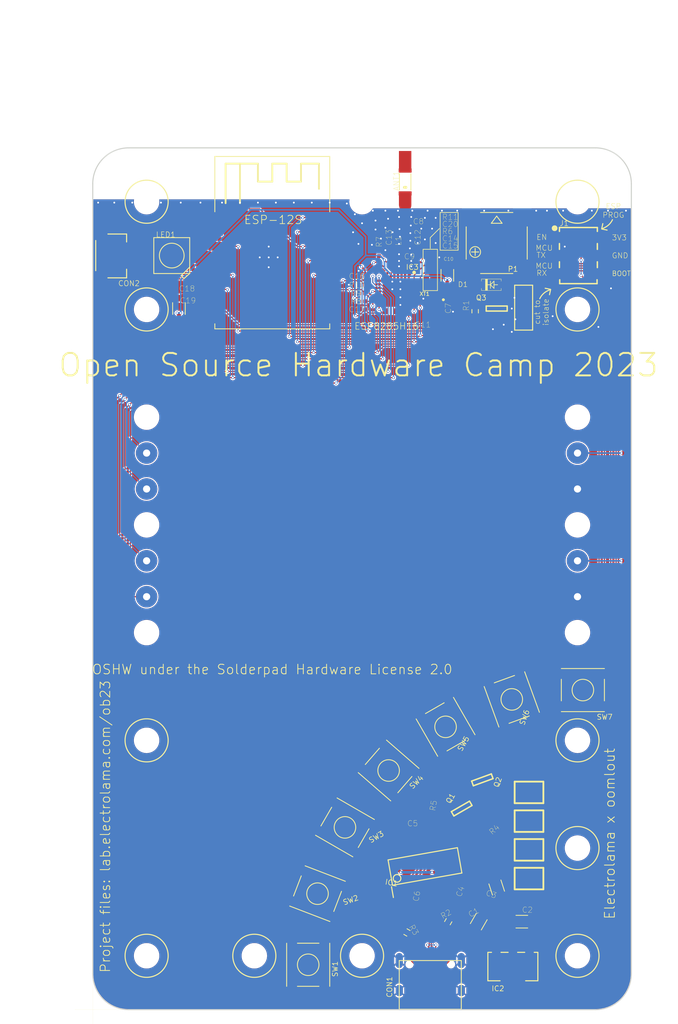
<source format=kicad_pcb>
(kicad_pcb (version 20221018) (generator pcbnew)
  (layers (0 "F.Cu" signal) (31 "B.Cu" signal) (34 "B.Paste" user) (35 "F.Paste" user) (36 "B.SilkS" user "B.Silkscreen") (37 "F.SilkS" user "F.Silkscreen") (38 "B.Mask" user) (39 "F.Mask" user) (44 "Edge.Cuts" user))
  (net 0 "")
  (net 1 "GND")
  (net 2 "ANT'")
  (net 3 "ANT")
  (net 4 "VCC")
  (net 5 "IO3_RX")
  (net 6 "IO1_TX")
  (net 7 "XTAL_IN")
  (net 8 "XTAL_OUT")
  (net 9 "N$6")
  (net 10 "RST_C")
  (net 11 "USB_N")
  (net 12 "USB_P")
  (net 13 "VUSB")
  (net 14 "PC_RX")
  (net 15 "PC_TX")
  (net 16 "CH343_3V")
  (net 17 "DTR")
  (net 18 "RTS")
  (net 19 "N$5")
  (net 20 "N$13")
  (net 21 "N$16")
  (net 22 "N$17")
  (net 23 "IO12")
  (net 24 "IO2")
  (net 25 "IO0")
  (net 26 "N$12")
  (net 27 "N$23")
  (net 28 "IO13")
  (net 29 "IO15")
  (net 30 "IO5")
  (net 31 "IO4")
  (net 32 "IO14")
  (net 33 "EN")
  (net 34 "AUTORST_EN")
  (net 35 "AUTORST_BOOT")
  (net 36 "N$3")
  (footprint "" (layer "F.Cu") (at 118.5011 52.5036)
    (fp_text reference "@HOLE8" hide)
    (fp_text value "")
  )
  (footprint "working:_PKG_R_0603" (layer "F.Cu") (at 164.2511 67.7536 90)
    (fp_text reference "R1")
    (fp_text value "220")
  )
  (footprint "working:_PKG_C_1206" (layer "F.Cu") (at 167.2511 148.0036 108)
    (fp_text reference "C3")
    (fp_text value "47u")
  )
  (footprint "" (layer "F.Cu") (at 178.5011 142.5036)
    (fp_text reference "@HOLE4" hide)
    (fp_text value "")
  )
  (footprint "working:GENERIC_SPNO_4P_6X6MM" (layer "F.Cu") (at 152.2011 131.7036 139)
    (fp_text reference "SW4")
    (fp_text value "")
  )
  (footprint "working:_PKG_C_0402" (layer "F.Cu") (at 154.7511 140.2536)
    (fp_text reference "C5")
    (fp_text value "100n")
  )
  (footprint "" (layer "F.Cu") (at 178.5011 67.5036)
    (fp_text reference "@HOLE6" hide)
    (fp_text value "")
  )
  (footprint "working:_PKG_C_0402" (layer "F.Cu") (at 125.3761 68.3786 90)
    (fp_text reference "C19")
    (fp_text value "100n")
  )
  (footprint "" (layer "F.Cu") (at 148.5011 157.5036)
    (fp_text reference "@HOLE2" hide)
    (fp_text value "")
  )
  (footprint "working:USBC_C-31-M-12" (layer "F.Cu") (at 158.0011 160.2536)
    (fp_text reference "CON1")
    (fp_text value "" hide)
  )
  (footprint "working:SJ-SHORT" (layer "F.Cu") (at 171.0011 68.0036)
    (fp_text reference "SJ3" hide)
    (fp_text value "" hide)
  )
  (footprint "working:_PKG_C_1206" (layer "F.Cu") (at 160.3761 62.7536 90)
    (fp_text reference "C10")
    (fp_text value "47u")
  )
  (footprint "" (layer "F.Cu") (at 148.5011 52.5036)
    (fp_text reference "@HOLE17" hide)
    (fp_text value "")
  )
  (footprint "working:ESP-12S" (layer "F.Cu") (at 136.0011 58.2036)
    (fp_text reference "MOD1" hide)
    (fp_text value "ESP-12S" hide)
  )
  (footprint "working:_PKG_R_0402" (layer "F.Cu") (at 158.5011 138.5036 -170)
    (fp_text reference "R5")
    (fp_text value "12k 1%")
  )
  (footprint "working:_PKG_SOD123" (layer "F.Cu") (at 166.5011 64.0661)
    (fp_text reference "D1")
    (fp_text value "")
  )
  (footprint "working:SJ-SHORT" (layer "F.Cu") (at 171.0011 69.5036 180)
    (fp_text reference "SJ4" hide)
    (fp_text value "" hide)
  )
  (footprint "working:YAGEO-ANT3216LL00R2400A" (layer "F.Cu") (at 154.5011 53.5036)
    (fp_text reference "ANT1")
    (fp_text value "ANT3216LL00R2400A")
  )
  (footprint "" (layer "F.Cu") (at 118.5011 127.5036)
    (fp_text reference "@HOLE10" hide)
    (fp_text value "")
  )
  (footprint "working:GENERIC_SPNO_4P_6X6MM" (layer "F.Cu") (at 146.1211 139.6236 150)
    (fp_text reference "SW3")
    (fp_text value "")
  )
  (footprint "working:_PKG_C_0402" (layer "F.Cu") (at 160.5011 66.6286 90)
    (fp_text reference "C7")
    (fp_text value "8p")
  )
  (footprint "working:WS2812B" (layer "F.Cu") (at 122.0011 60.0036 180)
    (fp_text reference "LED1")
    (fp_text value "WS2812B5050" hide)
  )
  (footprint "working:_PKG_C_0402_NOTHERMALS" (layer "F.Cu") (at 148.5011 67.5036)
    (fp_text reference "C17")
    (fp_text value "100n")
  )
  (footprint "working:_PKG_C_0402_NOTHERMALS" (layer "F.Cu") (at 158.0011 64.2536 180)
    (fp_text reference "C15")
    (fp_text value "100n")
  )
  (footprint "" (layer "F.Cu") (at 118.5011 97.5036)
    (fp_text reference "@HOLE15" hide)
    (fp_text value "")
  )
  (footprint "working:GENERIC_SPNO_4P_6X6MM" (layer "F.Cu") (at 141.0011 158.7536 90)
    (fp_text reference "SW1")
    (fp_text value "")
  )
  (footprint "" (layer "F.Cu") (at 178.5011 112.5036)
    (fp_text reference "@HOLE13" hide)
    (fp_text value "")
  )
  (footprint "working:_PKG_R_0402" (layer "F.Cu") (at 165.3761 139.7536 50)
    (fp_text reference "R4")
    (fp_text value "12k 1%")
  )
  (footprint "" (layer "F.Cu") (at 133.5011 157.5036)
    (fp_text reference "@HOLE1" hide)
    (fp_text value "")
  )
  (footprint "working:_PKG_C_0402_NOTHERMALS" (layer "F.Cu") (at 158.0011 63.1286 180)
    (fp_text reference "C14")
    (fp_text value "4u7")
  )
  (footprint "working:SOT96P237X111-3N" (layer "F.Cu") (at 162.3761 137.0036 120)
    (fp_text reference "Q1")
    (fp_text value "SS8050")
  )
  (footprint "" (layer "F.Cu") (at 118.5011 82.5036)
    (fp_text reference "@HOLE14" hide)
    (fp_text value "")
  )
  (footprint "working:_PKG_C_1206" (layer "F.Cu") (at 164.7511 152.7536 60)
    (fp_text reference "C1")
    (fp_text value "47u")
  )
  (footprint "working:_PKG_C_0402_NOTHERMALS" (layer "F.Cu") (at 154.0711 59.1286)
    (fp_text reference "C9")
    (fp_text value "TBD")
  )
  (footprint "working:QFN50P500X500X90-33N" (layer "F.Cu") (at 153.2511 65.2536 -90)
    (fp_text reference "IC3")
    (fp_text value "WMCU-ESP8285H16")
  )
  (footprint "working:_PKG_C_0402" (layer "F.Cu") (at 162.3761 150.3786 -160)
    (fp_text reference "C4")
    (fp_text value "100n")
  )
  (footprint "working:_PKG_C_0402" (layer "F.Cu") (at 156.1261 151.1286 10)
    (fp_text reference "C6")
    (fp_text value "100n")
  )
  (footprint "working:_PKG_SOP16" (layer "F.Cu") (at 157.2511 145.0036 10)
    (fp_text reference "IC1")
    (fp_text value "")
  )
  (footprint "working:GENERIC_SPNO_4P_6X6MM" (layer "F.Cu") (at 179.2511 120.5036)
    (fp_text reference "SW7")
    (fp_text value "")
  )
  (footprint "working:MLT-8530" (layer "F.Cu") (at 167.2511 58.2536 90)
    (fp_text reference "P1")
    (fp_text value "Buzzer")
  )
  (footprint "working:SOT96P237X111-3N" (layer "F.Cu") (at 165.2511 133.0036 -70)
    (fp_text reference "Q2")
    (fp_text value "SS8050")
  )
  (footprint "working:_PKG_C_1206" (layer "F.Cu") (at 170.7511 152.7536)
    (fp_text reference "C2")
    (fp_text value "47u")
  )
  (footprint "" (layer "F.Cu") (at 178.5011 127.5036)
    (fp_text reference "@HOLE5" hide)
    (fp_text value "")
  )
  (footprint "working:_PKG_R_0402" (layer "F.Cu") (at 150.8761 60.5036 -90)
    (fp_text reference "R7")
    (fp_text value "12k 1%")
  )
  (footprint "working:_PKG_R_0402" (layer "F.Cu") (at 148.5011 65.2536)
    (fp_text reference "R9")
    (fp_text value "12k 1%")
  )
  (footprint "working:_PKG_C_0402_NOTHERMALS" (layer "F.Cu") (at 158.0011 60.8786 180)
    (fp_text reference "C20")
    (fp_text value "100n")
  )
  (footprint "" (layer "F.Cu") (at 118.5011 67.5036)
    (fp_text reference "@HOLE9" hide)
    (fp_text value "")
  )
  (footprint "working:GENERIC_SPNO_4P_6X6MM" (layer "F.Cu") (at 169.3511 121.8036 110)
    (fp_text reference "SW6")
    (fp_text value "")
  )
  (footprint "" (layer "F.Cu") (at 118.5011 157.5036)
    (fp_text reference "@HOLE0" hide)
    (fp_text value "")
  )
  (footprint "working:GENERIC_SPNO_4P_6X6MM" (layer "F.Cu") (at 142.3011 148.8536 159)
    (fp_text reference "SW2")
    (fp_text value "")
  )
  (footprint "working:_PKG_R_0402" (layer "F.Cu") (at 148.5011 64.1286)
    (fp_text reference "R10")
    (fp_text value "12k 1%")
  )
  (footprint "working:_PKG_L_0402" (layer "F.Cu") (at 154.5011 57.2536 -90)
    (fp_text reference "L1")
    (fp_text value "TBD")
  )
  (footprint "working:_PKG_R_0402" (layer "F.Cu") (at 158.0011 62.0036)
    (fp_text reference "R6")
    (fp_text value "12k 1%")
  )
  (footprint "" (layer "F.Cu") (at 178.5011 157.5036)
    (fp_text reference "@HOLE3" hide)
    (fp_text value "")
  )
  (footprint "" (layer "F.Cu") (at 178.5011 52.5036)
    (fp_text reference "@HOLE7" hide)
    (fp_text value "")
  )
  (footprint "working:_PKG_SOT223-4_TI-DCY4" (layer "F.Cu") (at 169.5011 159.0036 180)
    (fp_text reference "IC2")
    (fp_text value "LD1117-3.3")
  )
  (footprint "working:SJ-SHORT" (layer "F.Cu") (at 171.0011 65.0036)
    (fp_text reference "SJ1" hide)
    (fp_text value "" hide)
  )
  (footprint "working:_PKG_C_0402_NOTHERMALS" (layer "F.Cu") (at 156.2511 60.5036 -90)
    (fp_text reference "C12")
    (fp_text value "4u7")
  )
  (footprint "working:_PKG_C_0402" (layer "F.Cu") (at 158.1261 68.6286 180)
    (fp_text reference "C11")
    (fp_text value "8p")
  )
  (footprint "working:_PKG_C_1206" (layer "F.Cu") (at 123.0011 67.3786 90)
    (fp_text reference "C18")
    (fp_text value "47u")
  )
  (footprint "working:61030621121" (layer "F.Cu") (at 178.6261 60.0036 -90)
    (fp_text reference "J1")
    (fp_text value " 61030621121 ")
  )
  (footprint "" (layer "F.Cu") (at 118.5011 112.5036)
    (fp_text reference "@HOLE16" hide)
    (fp_text value "")
  )
  (footprint "working:_PKG_C_0402_NOTHERMALS" (layer "F.Cu") (at 154.0711 55.3786)
    (fp_text reference "C8")
    (fp_text value "TBD")
  )
  (footprint "working:GENERIC_SPNO_4P_6X6MM" (layer "F.Cu") (at 160.1311 125.6236 120)
    (fp_text reference "SW5")
    (fp_text value "")
  )
  (footprint "working:_PKG_R_0402" (layer "F.Cu") (at 158.0011 59.7536)
    (fp_text reference "R11")
    (fp_text value "12k 1%")
  )
  (footprint "" (layer "F.Cu") (at 178.5011 82.5036)
    (fp_text reference "@HOLE11" hide)
    (fp_text value "")
  )
  (footprint "working:_PKG_R_0402" (layer "F.Cu") (at 148.5011 66.3786)
    (fp_text reference "R8")
    (fp_text value "12k 1%")
  )
  (footprint "" (layer "F.Cu") (at 178.5011 97.5036)
    (fp_text reference "@HOLE12" hide)
    (fp_text value "")
  )
  (footprint "working:_PKG_C_0402_NOTHERMALS" (layer "F.Cu") (at 152.2511 60.5036 -90)
    (fp_text reference "C13")
    (fp_text value "100n")
  )
  (footprint "working:XTAL-4P-2016" (layer "F.Cu") (at 158.3761 66.7536 180)
    (fp_text reference "XT1")
    (fp_text value "26MHz")
  )
  (footprint "working:SOT96P237X111-3N" (layer "F.Cu") (at 167.2511 67.3786 90)
    (fp_text reference "Q3")
    (fp_text value "SS8050")
  )
  (footprint "working:JST_SH4" (layer "F.Cu") (at 113.5011 60.0036 -90)
    (fp_text reference "CON2")
    (fp_text value "STEMMA_I2C_QT" hide)
  )
  (footprint "working:_PKG_R_0603" (layer "F.Cu") (at 160.5011 152.7536 -120)
    (fp_text reference "R2")
    (fp_text value "5k1")
  )
  (footprint "working:_PKG_R_0603" (layer "F.Cu") (at 154.7511 154.2536 -30)
    (fp_text reference "R3")
    (fp_text value "5k1")
  )
  (footprint "working:SJ-SHORT" (layer "F.Cu") (at 171.0011 66.5036)
    (fp_text reference "SJ2" hide)
    (fp_text value "" hide)
  )
  (footprint "working:_PKG_C_0402_NOTHERMALS" (layer "F.Cu") (at 148.5011 62.8786)
    (fp_text reference "C16")
    (fp_text value "100n")
  )
  (gr_line (start 173.7511 145.2536) (end 169.7511 145.2536) (stroke (width 0.254)) (layer "F.SilkS"))
  (gr_circle (center 178.5011 52.5036) (end 181.5011 52.5036) (stroke (width 0.1524)) (fill none) (layer "F.SilkS"))
  (gr_line (start 161.8761 54.0036) (end 161.8761 59.2536) (stroke (width 0.1)) (layer "F.SilkS"))
  (gr_line (start 172.2511 70.3786) (end 172.2511 64.1286) (stroke (width 0.1524)) (layer "F.SilkS"))
  (gr_line (start 159.0011 64.8786) (end 159.0011 59.1286) (stroke (width 0.1)) (layer "F.SilkS"))
  (gr_line (start 159.3761 54.0036) (end 159.3761 59.2536) (stroke (width 0.1)) (layer "F.SilkS"))
  (gr_line (start 174.7511 64.7536) (end 174.6011 65.4536) (stroke (width 0.1524)) (layer "F.SilkS"))
  (gr_line (start 181.8761 56.3036) (end 182.6261 56.4536) (stroke (width 0.1524)) (layer "F.SilkS"))
  (gr_line (start 111.0011 159.5036) (end 111.0011 167.0036) (stroke (width 0.01)) (layer "F.SilkS"))
  (gr_line (start 159.3761 54.0036) (end 161.8761 54.0036) (stroke (width 0.1)) (layer "F.SilkS"))
  (gr_line (start 173.7511 136.2536) (end 173.7511 133.2536) (stroke (width 0.254)) (layer "F.SilkS"))
  (gr_circle (center 178.5011 157.5036) (end 181.5011 157.5036) (stroke (width 0.1524)) (fill none) (layer "F.SilkS"))
  (gr_arc (start 173.2511 66.0036) (mid 173.862541 65.21233) (end 174.7511 64.753601) (stroke (width 0.1524)) (layer "F.SilkS"))
  (gr_line (start 169.7511 137.2536) (end 169.7511 140.2536) (stroke (width 0.254)) (layer "F.SilkS"))
  (gr_circle (center 118.5011 52.5036) (end 121.5011 52.5036) (stroke (width 0.1524)) (fill none) (layer "F.SilkS"))
  (gr_line (start 158.0011 59.0036) (end 158.0011 57.5036) (stroke (width 0.1)) (layer "F.SilkS"))
  (gr_line (start 169.7511 148.2536) (end 173.7511 148.2536) (stroke (width 0.254)) (layer "F.SilkS"))
  (gr_line (start 169.7511 141.2536) (end 169.7511 144.2536) (stroke (width 0.254)) (layer "F.SilkS"))
  (gr_line (start 169.7511 140.2536) (end 173.7511 140.2536) (stroke (width 0.254)) (layer "F.SilkS"))
  (gr_line (start 169.7511 145.2536) (end 169.7511 148.2536) (stroke (width 0.254)) (layer "F.SilkS"))
  (gr_line (start 169.7511 70.3786) (end 172.2511 70.3786) (stroke (width 0.1524)) (layer "F.SilkS"))
  (gr_circle (center 133.5011 157.5036) (end 136.5011 157.5036) (stroke (width 0.1524)) (fill none) (layer "F.SilkS"))
  (gr_line (start 169.7511 133.2536) (end 169.7511 136.2536) (stroke (width 0.254)) (layer "F.SilkS"))
  (gr_arc (start 183.3761 55.0036) (mid 182.764659 55.794871) (end 181.8761 56.2536) (stroke (width 0.1524)) (layer "F.SilkS"))
  (gr_line (start 159.3761 59.2536) (end 161.8761 59.2536) (stroke (width 0.1)) (layer "F.SilkS"))
  (gr_line (start 173.7511 148.2536) (end 173.7511 145.2536) (stroke (width 0.254)) (layer "F.SilkS"))
  (gr_line (start 172.2511 64.1286) (end 169.7511 64.1286) (stroke (width 0.1524)) (layer "F.SilkS"))
  (gr_circle (center 118.5011 127.5036) (end 121.5011 127.5036) (stroke (width 0.1524)) (fill none) (layer "F.SilkS"))
  (gr_line (start 169.7511 144.2536) (end 173.7511 144.2536) (stroke (width 0.254)) (layer "F.SilkS"))
  (gr_line (start 159.0011 59.1286) (end 157.0011 59.1286) (stroke (width 0.1)) (layer "F.SilkS"))
  (gr_line (start 157.0011 59.1286) (end 157.0011 64.8786) (stroke (width 0.1)) (layer "F.SilkS"))
  (gr_line (start 173.7511 137.2536) (end 169.7511 137.2536) (stroke (width 0.254)) (layer "F.SilkS"))
  (gr_line (start 173.7511 133.2536) (end 169.7511 133.2536) (stroke (width 0.254)) (layer "F.SilkS"))
  (gr_circle (center 178.5011 67.5036) (end 181.5011 67.5036) (stroke (width 0.1524)) (fill none) (layer "F.SilkS"))
  (gr_line (start 169.7511 136.2536) (end 173.7511 136.2536) (stroke (width 0.254)) (layer "F.SilkS"))
  (gr_line (start 169.7511 64.1286) (end 169.7511 70.3786) (stroke (width 0.1524)) (layer "F.SilkS"))
  (gr_line (start 173.7511 144.2536) (end 173.7511 141.2536) (stroke (width 0.254)) (layer "F.SilkS"))
  (gr_circle (center 178.5011 142.5036) (end 181.5011 142.5036) (stroke (width 0.1524)) (fill none) (layer "F.SilkS"))
  (gr_circle (center 118.5011 67.5036) (end 121.5011 67.5036) (stroke (width 0.1524)) (fill none) (layer "F.SilkS"))
  (gr_line (start 173.7511 140.2536) (end 173.7511 137.2536) (stroke (width 0.254)) (layer "F.SilkS"))
  (gr_line (start 181.8761 56.2536) (end 182.0261 55.5536) (stroke (width 0.1524)) (layer "F.SilkS"))
  (gr_line (start 174.7511 64.7036) (end 174.0011 64.5536) (stroke (width 0.1524)) (layer "F.SilkS"))
  (gr_line (start 157.0011 64.8786) (end 159.0011 64.8786) (stroke (width 0.1)) (layer "F.SilkS"))
  (gr_circle (center 148.5011 157.5036) (end 151.5011 157.5036) (stroke (width 0.1524)) (fill none) (layer "F.SilkS"))
  (gr_line (start 116.1261 165.0036) (end 108.5011 165.0036) (stroke (width 0.01)) (layer "F.SilkS"))
  (gr_circle (center 118.5011 157.5036) (end 121.5011 157.5036) (stroke (width 0.1524)) (fill none) (layer "F.SilkS"))
  (gr_line (start 158.0011 57.5036) (end 159.2511 56.2536) (stroke (width 0.1)) (layer "F.SilkS"))
  (gr_line (start 173.7511 141.2536) (end 169.7511 141.2536) (stroke (width 0.254)) (layer "F.SilkS"))
  (gr_circle (center 178.5011 127.5036) (end 181.5011 127.5036) (stroke (width 0.1524)) (fill none) (layer "F.SilkS"))
  (gr_line (start 181.0011 45.0036) (end 116.0011 45.0036) (stroke (width 0.1524)) (layer "Edge.Cuts"))
  (gr_arc (start 181.0011 45.0036) (mid 184.536634 46.468066) (end 186.0011 50.0036) (stroke (width 0.1524)) (layer "Edge.Cuts"))
  (gr_line (start 111.0011 50.0036) (end 111.0011 160.0036) (stroke (width 0.1524)) (layer "Edge.Cuts"))
  (gr_arc (start 111.0011 50.0036) (mid 112.465566 46.468066) (end 116.0011 45.0036) (stroke (width 0.1524)) (layer "Edge.Cuts"))
  (gr_line (start 186.0011 160.0036) (end 186.0011 50.0036) (stroke (width 0.1524)) (layer "Edge.Cuts"))
  (gr_arc (start 186.0011 160.0036) (mid 184.536634 163.539134) (end 181.0011 165.0036) (stroke (width 0.1524)) (layer "Edge.Cuts"))
  (gr_arc (start 116.0011 165.0036) (mid 112.465566 163.539134) (end 111.0011 160.0036) (stroke (width 0.1524)) (layer "Edge.Cuts"))
  (gr_line (start 116.0011 165.0036) (end 181.0011 165.0036) (stroke (width 0.1524)) (layer "Edge.Cuts"))
  (gr_text "RX" (at 172.7511 62.8786) (layer "F.SilkS") (effects (font (size 0.747776 0.747776) (thickness 0.065024)) (justify left bottom)))
  (gr_text "Open Source Hardware Camp 2023" (at 148.0011 75.2536) (layer "F.SilkS") (effects (font (size 3.128 3.128) (thickness 0.272))))
  (gr_text "TX" (at 172.7511 60.3786) (layer "F.SilkS") (effects (font (size 0.747776 0.747776) (thickness 0.065024)) (justify left bottom)))
  (gr_text "MCU" (at 172.6261 61.8786) (layer "F.SilkS") (effects (font (size 0.747776 0.747776) (thickness 0.065024)) (justify left bottom)))
  (gr_text "ESP8285H16" (at 147.3761 70.3786) (layer "F.SilkS") (effects (font (size 0.93472 0.93472) (thickness 0.08128)) (justify left bottom)))
  (gr_text "MCU" (at 172.6261 59.3786) (layer "F.SilkS") (effects (font (size 0.747776 0.747776) (thickness 0.065024)) (justify left bottom)))
  (gr_text "ESP\nPROG" (at 183.5011 53.7536) (layer "F.SilkS") (effects (font (size 0.747776 0.747776) (thickness 0.065024))))
  (gr_text "OSHW under the Solderpad Hardware License 2.0" (at 136.0011 117.6286) (layer "F.SilkS") (effects (font (size 1.334 1.334) (thickness 0.116))))
  (gr_text "BOOT" (at 183.2511 62.5036) (layer "F.SilkS") (effects (font (size 0.675 0.675) (thickness 0.075)) (justify left)))
  (gr_text "Electrolama x oomlout" (at 183.0011 140.5036 90) (layer "F.SilkS") (effects (font (size 1.38 1.38) (thickness 0.12))))
  (gr_text "Project files: lab.electrolama.com/ob23" (at 112.7511 139.5036 90) (layer "F.SilkS") (effects (font (size 1.334 1.334) (thickness 0.116))))
  (gr_text "GND" (at 183.2511 60.0036) (layer "F.SilkS") (effects (font (size 0.747776 0.747776) (thickness 0.065024)) (justify left)))
  (gr_text "cut to\nisolate" (at 173.5011 67.8786 90) (layer "F.SilkS") (effects (font (size 0.747776 0.747776) (thickness 0.065024))))
  (gr_text "3V3" (at 183.2511 57.5036) (layer "F.SilkS") (effects (font (size 0.747776 0.747776) (thickness 0.065024)) (justify left)))
  (gr_text "EN" (at 172.7511 57.8786) (layer "F.SilkS") (effects (font (size 0.747776 0.747776) (thickness 0.065024)) (justify left bottom)))
  (segment (start 152.7136 64.7161) (end 152.7136 64.6911) (width 0.254) (layer "F.Cu") (net 1))
  (segment (start 153.2511 65.2536) (end 152.7136 64.7161) (width 0.254) (layer "F.Cu") (net 1))
  (via (at 134.0011 52.6286) (size 0.4024) (drill 0.25) (layers "F.Cu" "B.Cu") (net 1))
  (via (at 152.1261 54.8786) (size 0.4024) (drill 0.25) (layers "F.Cu" "B.Cu") (net 1))
  (via (at 150.3761 55.1286) (size 0.4024) (drill 0.25) (layers "F.Cu" "B.Cu") (net 1))
  (via (at 183.1636 64.5661) (size 0.4024) (drill 0.25) (layers "F.Cu" "B.Cu") (net 1))
  (via (at 152.7511 56.7536) (size 0.4024) (drill 0.25) (layers "F.Cu" "B.Cu") (net 1))
  (via (at 176.7261 58.7536) (size 0.4024) (drill 0.25) (layers "F.Cu" "B.Cu") (net 1))
  (via (at 152.7136 64.6911) (size 0.4024) (drill 0.25) (layers "F.Cu" "B.Cu") (net 1))
  (via (at 144.0011 52.6286) (size 0.4024) (drill 0.25) (layers "F.Cu" "B.Cu") (net 1))
  (via (at 156.7511 56.2536) (size 0.4024) (drill 0.25) (layers "F.Cu" "B.Cu") (net 1))
  (via (at 152.7136 63.6286) (size 0.4024) (drill 0.25) (layers "F.Cu" "B.Cu") (net 1))
  (via (at 126.0011 52.6286) (size 0.4024) (drill 0.25) (layers "F.Cu" "B.Cu") (net 1))
  (via (at 159.6261 53.7536) (size 0.4024) (drill 0.25) (layers "F.Cu" "B.Cu") (net 1))
  (via (at 155.3511 54.6286) (size 0.4024) (drill 0.25) (layers "F.Cu" "B.Cu") (net 1))
  (via (at 151.7511 56.1286) (size 0.4024) (drill 0.25) (layers "F.Cu" "B.Cu") (net 1))
  (via (at 172.7511 53.7536) (size 0.4024) (drill 0.25) (layers "F.Cu" "B.Cu") (net 1))
  (via (at 178.5011 92.5036) (size 3) (drill 1) (layers "F.Cu" "B.Cu") (net 1))
  (via (at 155.2261 57.9411) (size 0.4024) (drill 0.25) (layers "F.Cu" "B.Cu") (net 1))
  (via (at 158.2511 56.2536) (size 0.4024) (drill 0.25) (layers "F.Cu" "B.Cu") (net 1))
  (via (at 123.2511 52.6286) (size 0.4024) (drill 0.25) (layers "F.Cu" "B.Cu") (net 1))
  (via (at 153.5011 53.7536) (size 0.4024) (drill 0.25) (layers "F.Cu" "B.Cu") (net 1))
  (via (at 182.7511 53.7536) (size 0.4024) (drill 0.25) (layers "F.Cu" "B.Cu") (net 1))
  (via (at 141.5011 52.6286) (size 0.4024) (drill 0.25) (layers "F.Cu" "B.Cu") (net 1))
  (via (at 139.0011 52.6286) (size 0.4024) (drill 0.25) (layers "F.Cu" "B.Cu") (net 1))
  (via (at 159.2511 60.2536) (size 0.4024) (drill 0.25) (layers "F.Cu" "B.Cu") (net 1))
  (via (at 153.7136 56.3161) (size 0.4024) (drill 0.25) (layers "F.Cu" "B.Cu") (net 1))
  (via (at 147.2511 56.7536) (size 0.4024) (drill 0.25) (layers "F.Cu" "B.Cu") (net 1))
  (via (at 116.5011 52.6286) (size 0.4024) (drill 0.25) (layers "F.Cu" "B.Cu") (net 1))
  (via (at 131.5011 52.6286) (size 0.4024) (drill 0.25) (layers "F.Cu" "B.Cu") (net 1))
  (via (at 157.2511 57.7536) (size 0.4024) (drill 0.25) (layers "F.Cu" "B.Cu") (net 1))
  (via (at 168.2261 69.6286) (size 0.4024) (drill 0.25) (layers "F.Cu" "B.Cu") (net 1))
  (via (at 161.1636 67.8161) (size 0.4024) (drill 0.25) (layers "F.Cu" "B.Cu") (net 1))
  (via (at 153.8386 63.6286) (size 0.4024) (drill 0.25) (layers "F.Cu" "B.Cu") (net 1))
  (via (at 169.3511 67.3786) (size 0.4024) (drill 0.25) (layers "F.Cu" "B.Cu") (net 1))
  (via (at 153.7761 57.3786) (size 0.4024) (drill 0.25) (layers "F.Cu" "B.Cu") (net 1))
  (via (at 153.6511 58.3786) (size 0.4024) (drill 0.25) (layers "F.Cu" "B.Cu") (net 1))
  (via (at 111.7511 52.6286) (size 0.4024) (drill 0.25) (layers "F.Cu" "B.Cu") (net 1))
  (via (at 135.5011 58.7536) (size 0.4024) (drill 0.25) (layers "F.Cu" "B.Cu") (net 1))
  (via (at 156.2511 58.2536) (size 0.4024) (drill 0.25) (layers "F.Cu" "B.Cu") (net 1))
  (via (at 151.7511 59.2536) (size 0.4024) (drill 0.25) (layers "F.Cu" "B.Cu") (net 1))
  (via (at 169.3511 70.6286) (size 0.4024) (drill 0.25) (layers "F.Cu" "B.Cu") (net 1))
  (via (at 129.0011 52.6286) (size 0.4024) (drill 0.25) (layers "F.Cu" "B.Cu") (net 1))
  (via (at 153.8386 64.6911) (size 0.4024) (drill 0.25) (layers "F.Cu" "B.Cu") (net 1))
  (via (at 157.6261 53.7536) (size 0.4024) (drill 0.25) (layers "F.Cu" "B.Cu") (net 1))
  (via (at 136.7511 60.2536) (size 0.4024) (drill 0.25) (layers "F.Cu" "B.Cu") (net 1))
  (via (at 151.1261 57.6286) (size 0.4024) (drill 0.25) (layers "F.Cu" "B.Cu") (net 1))
  (via (at 150.3761 56.3786) (size 0.4024) (drill 0.25) (layers "F.Cu" "B.Cu") (net 1))
  (via (at 146.3761 52.7536) (size 0.4024) (drill 0.25) (layers "F.Cu" "B.Cu") (net 1))
  (via (at 161.7511 53.7536) (size 0.4024) (drill 0.25) (layers "F.Cu" "B.Cu") (net 1))
  (via (at 174.2511 53.7536) (size 0.4024) (drill 0.25) (layers "F.Cu" "B.Cu") (net 1))
  (via (at 147.5011 54.2536) (size 0.4024) (drill 0.25) (layers "F.Cu" "B.Cu") (net 1))
  (via (at 181.4136 69.9411) (size 0.4024) (drill 0.25) (layers "F.Cu" "B.Cu") (net 1))
  (via (at 176.5011 53.7536) (size 0.4024) (drill 0.25) (layers "F.Cu" "B.Cu") (net 1))
  (via (at 158.7511 54.7536) (size 0.4024) (drill 0.25) (layers "F.Cu" "B.Cu") (net 1))
  (via (at 148.0261 62.1286) (size 0.4024) (drill 0.25) (layers "F.Cu" "B.Cu") (net 1))
  (via (at 120.5011 52.6286) (size 0.4024) (drill 0.25) (layers "F.Cu" "B.Cu") (net 1))
  (via (at 169.7261 65.8786) (size 0.4024) (drill 0.25) (layers "F.Cu" "B.Cu") (net 1))
  (via (at 136.5011 52.6286) (size 0.4024) (drill 0.25) (layers "F.Cu" "B.Cu") (net 1))
  (via (at 178.5011 107.5036) (size 3) (drill 1) (layers "F.Cu" "B.Cu") (net 1))
  (via (at 135.5011 60.2536) (size 0.4024) (drill 0.25) (layers "F.Cu" "B.Cu") (net 1))
  (via (at 165.5011 53.7536) (size 0.4024) (drill 0.25) (layers "F.Cu" "B.Cu") (net 1))
  (via (at 153.6511 59.8161) (size 0.4024) (drill 0.25) (layers "F.Cu" "B.Cu") (net 1))
  (via (at 149.8761 58.5036) (size 0.4024) (drill 0.25) (layers "F.Cu" "B.Cu") (net 1))
  (via (at 148.5011 55.5036) (size 0.4024) (drill 0.25) (layers "F.Cu" "B.Cu") (net 1))
  (via (at 180.5011 53.7536) (size 0.4024) (drill 0.25) (layers "F.Cu" "B.Cu") (net 1))
  (via (at 135.5011 61.6286) (size 0.4024) (drill 0.25) (layers "F.Cu" "B.Cu") (net 1))
  (via (at 155.5011 53.7536) (size 0.4024) (drill 0.25) (layers "F.Cu" "B.Cu") (net 1))
  (via (at 169.8511 68.8786) (size 0.4024) (drill 0.25) (layers "F.Cu" "B.Cu") (net 1))
  (via (at 153.6511 61.5036) (size 0.4024) (drill 0.25) (layers "F.Cu" "B.Cu") (net 1))
  (via (at 166.7261 70.2536) (size 0.4024) (drill 0.25) (layers "F.Cu" "B.Cu") (net 1))
  (via (at 158.7511 58.2536) (size 0.4024) (drill 0.25) (layers "F.Cu" "B.Cu") (net 1))
  (via (at 157.0386 66.0036) (size 0.4024) (drill 0.25) (layers "F.Cu" "B.Cu") (net 1))
  (via (at 134.2511 60.2536) (size 0.4024) (drill 0.25) (layers "F.Cu" "B.Cu") (net 1))
  (via (at 153.8386 66.8786) (size 0.4024) (drill 0.25) (layers "F.Cu" "B.Cu") (net 1))
  (via (at 155.3511 60.7536) (size 0.4024) (drill 0.25) (layers "F.Cu" "B.Cu") (net 1))
  (via (at 148.0011 58.3786) (size 0.4024) (drill 0.25) (layers "F.Cu" "B.Cu") (net 1))
  (via (at 155.1636 59.0036) (size 0.4024) (drill 0.25) (layers "F.Cu" "B.Cu") (net 1))
  (via (at 185.2511 53.7536) (size 0.4024) (drill 0.25) (layers "F.Cu" "B.Cu") (net 1))
  (via (at 150.0011 53.7536) (size 0.4024) (drill 0.25) (layers "F.Cu" "B.Cu") (net 1))
  (via (at 155.3511 59.8786) (size 0.4024) (drill 0.25) (layers "F.Cu" "B.Cu") (net 1))
  (via (at 155.3511 61.5036) (size 0.4024) (drill 0.25) (layers "F.Cu" "B.Cu") (net 1))
  (via (at 114.0011 52.6286) (size 0.4024) (drill 0.25) (layers "F.Cu" "B.Cu") (net 1))
  (via (at 168.8761 53.7536) (size 0.4024) (drill 0.25) (layers "F.Cu" "B.Cu") (net 1))
  (via (at 151.7511 53.7536) (size 0.4024) (drill 0.25) (layers "F.Cu" "B.Cu") (net 1))
  (via (at 175.0386 68.4411) (size 0.4024) (drill 0.25) (layers "F.Cu" "B.Cu") (net 1))
  (via (at 155.2261 56.8786) (size 0.4024) (drill 0.25) (layers "F.Cu" "B.Cu") (net 1))
  (via (at 153.6511 60.7536) (size 0.4024) (drill 0.25) (layers "F.Cu" "B.Cu") (net 1))
  (via (at 153.8386 65.8161) (size 0.4024) (drill 0.25) (layers "F.Cu" "B.Cu") (net 1))
  (via (at 157.2511 54.7536) (size 0.4024) (drill 0.25) (layers "F.Cu" "B.Cu") (net 1))
  (via (at 146.6511 64.0661) (size 0.4024) (drill 0.25) (layers "F.Cu" "B.Cu") (net 1))
  (via (at 153.6511 54.6286) (size 0.4024) (drill 0.25) (layers "F.Cu" "B.Cu") (net 1))
  (via (at 155.2886 55.8161) (size 0.4024) (drill 0.25) (layers "F.Cu" "B.Cu") (net 1))
  (segment (start 154.5011 56.1636) (end 154.5011 56.8236) (width 0.4064) (layer "F.Cu") (net 2))
  (segment (start 154.5011 55.3786) (end 154.5011 56.0736) (width 0.4064) (layer "F.Cu") (net 2))
  (segment (start 154.5011 55.3786) (end 154.5011 54.6911) (width 0.4064) (layer "F.Cu") (net 2))
  (segment (start 154.5011 51.3536) (end 154.5011 53.2536) (width 0.508) (layer "F.Cu") (net 2))
  (segment (start 154.5011 56.0736) (end 154.5011 56.1636) (width 0.92) (layer "F.Cu") (net 2))
  (segment (start 154.5011 54.6911) (end 154.5011 53.2536) (width 0.92) (layer "F.Cu") (net 2))
  (segment (start 154.5011 59.1286) (end 154.5011 59.8786) (width 0.4064) (layer "F.Cu") (net 3))
  (segment (start 154.5011 57.6836) (end 154.5011 58.3536) (width 0.4064) (layer "F.Cu") (net 3))
  (segment (start 154.5011 59.8786) (end 154.5011 61.812282) (width 0.92) (layer "F.Cu") (net 3))
  (segment (start 154.5011 62.7536) (end 154.5011 61.812282) (width 0.3048) (layer "F.Cu") (net 3))
  (segment (start 154.5011 58.3536) (end 154.5011 58.4536) (width 0.92) (layer "F.Cu") (net 3))
  (segment (start 154.5011 58.4536) (end 154.5011 59.1286) (width 0.4064) (layer "F.Cu") (net 3))
  (segment (start 169.3011 151.3036) (end 167.699171 149.701672) (width 0.508) (layer "F.Cu") (net 4))
  (segment (start 125.3761 68.8086) (end 127.9961 68.8086) (width 0.254) (layer "F.Cu") (net 4))
  (segment (start 155.7511 64.5036) (end 156.6261 64.5036) (width 0.254) (layer "F.Cu") (net 4))
  (segment (start 114.1261 60.0036) (end 114.6261 59.5036) (width 0.254) (layer "F.Cu") (net 4))
  (segment (start 151.9311 60.9336) (end 151.6261 60.6286) (width 0.1524) (layer "F.Cu") (net 4))
  (segment (start 149.6261 64.0036) (end 149.6261 63.6286) (width 0.254) (layer "F.Cu") (net 4))
  (segment (start 185.0011 126.0036) (end 185.0011 122.7536) (width 0.508) (layer "F.Cu") (net 4))
  (segment (start 169.3011 152.7536) (end 169.3011 151.3036) (width 0.508) (layer "F.Cu") (net 4))
  (segment (start 169.4261 152.8786) (end 169.3011 152.7536) (width 0.508) (layer "F.Cu") (net 4))
  (segment (start 159.8136 64.3161) (end 159.9261 64.2036) (width 0.254) (layer "F.Cu") (net 4))
  (segment (start 174.7511 131.5036) (end 176.0011 130.2536) (width 0.508) (layer "F.Cu") (net 4))
  (segment (start 185.0011 58.7536) (end 185.0011 87.5036) (width 0.508) (layer "F.Cu") (net 4))
  (segment (start 160.4386 63.5661) (end 160.4386 64.0786) (width 0.254) (layer "F.Cu") (net 4))
  (segment (start 121.0761 70.7536) (end 117.0011 70.7536) (width 0.254) (layer "F.Cu") (net 4))
  (segment (start 159.2511 65.0036) (end 159.8136 64.4411) (width 0.254) (layer "F.Cu") (net 4))
  (segment (start 154.0011 62.3786) (end 153.7511 62.1286) (width 0.254) (layer "F.Cu") (net 4))
  (segment (start 163.6261 61.8786) (end 161.3011 64.2036) (width 0.508) (layer "F.Cu") (net 4))
  (segment (start 151.5011 68.0036) (end 149.4311 68.0036) (width 0.1524) (layer "F.Cu") (net 4))
  (segment (start 181.3261 57.4636) (end 180.0861 57.4636) (width 0.508) (layer "F.Cu") (net 4))
  (segment (start 153.5011 62.7536) (end 153.5011 62.2536) (width 0.254) (layer "F.Cu") (net 4))
  (segment (start 156.9015 60.7536) (end 156.7215 60.9336) (width 0.254) (layer "F.Cu") (net 4))
  (segment (start 158.4311 59.7536) (end 158.4311 59.3086) (width 0.1524) (layer "F.Cu") (net 4))
  (segment (start 127.9961 68.8086) (end 128.1011 68.7036) (width 0.254) (layer "F.Cu") (net 4))
  (segment (start 125.3561 68.8286) (end 125.3761 68.8086) (width 0.254) (layer "F.Cu") (net 4))
  (segment (start 157.8761 65.0036) (end 159.2511 65.0036) (width 0.254) (layer "F.Cu") (net 4))
  (segment (start 158.4311 59.3086) (end 158.2511 59.1286) (width 0.1524) (layer "F.Cu") (net 4))
  (segment (start 183.7111 57.4636) (end 181.3261 57.4636) (width 0.508) (layer "F.Cu") (net 4))
  (segment (start 160.4386 64.0786) (end 160.5636 64.2036) (width 0.254) (layer "F.Cu") (net 4))
  (segment (start 152.2511 60.9336) (end 151.9311 60.9336) (width 0.1524) (layer "F.Cu") (net 4))
  (segment (start 159.8136 64.4411) (end 159.8136 64.3161) (width 0.254) (layer "F.Cu") (net 4))
  (segment (start 164.7261 64.0661) (end 164.7511 64.0411) (width 0.1524) (layer "F.Cu") (net 4))
  (segment (start 161.3011 64.2036) (end 160.5636 64.2036) (width 0.508) (layer "F.Cu") (net 4))
  (segment (start 151.5011 67.7536) (end 151.5011 68.0036) (width 0.1524) (layer "F.Cu") (net 4))
  (segment (start 123.0011 68.8286) (end 123.1261 68.8286) (width 0.254) (layer "F.Cu") (net 4))
  (segment (start 123.0011 68.8286) (end 122.8761 68.7036) (width 0.254) (layer "F.Cu") (net 4))
  (segment (start 160.1261 63.3786) (end 160.2511 63.5036) (width 0.254) (layer "F.Cu") (net 4))
  (segment (start 156.2511 61.5461) (end 156.2511 60.9336) (width 0.254) (layer "F.Cu") (net 4))
  (segment (start 176.0011 130.2536) (end 180.7511 130.2536) (width 0.508) (layer "F.Cu") (net 4))
  (segment (start 154.0011 62.7536) (end 154.0011 62.3786) (width 0.254) (layer "F.Cu") (net 4))
  (segment (start 117.0011 70.7536) (end 114.1261 67.8786) (width 0.254) (layer "F.Cu") (net 4))
  (segment (start 118.0011 59.5036) (end 119.1511 58.3536) (width 0.254) (layer "F.Cu") (net 4))
  (segment (start 122.8761 68.1286) (end 122.8761 68.7036) (width 0.254) (layer "F.Cu") (net 4))
  (segment (start 156.9015 59.3532) (end 156.9015 60.7536) (width 0.1524) (layer "F.Cu") (net 4))
  (segment (start 148.9311 62.9336) (end 148.9311 62.8786) (width 0.254) (layer "F.Cu") (net 4))
  (segment (start 174.372065 149.132635) (end 167.949171 149.132635) (width 0.508) (layer "F.Cu") (net 4))
  (segment (start 114.6261 59.5036) (end 116.0151 59.5036) (width 0.254) (layer "F.Cu") (net 4))
  (segment (start 160.2511 63.5036) (end 160.2511 64.2036) (width 0.254) (layer "F.Cu") (net 4))
  (segment (start 155.0011 62.7536) (end 155.0436 62.7536) (width 0.254) (layer "F.Cu") (net 4))
  (segment (start 173.7511 56.1286) (end 171.6261 58.2536) (width 0.508) (layer "F.Cu") (net 4))
  (segment (start 157.0265 64.1032) (end 157.0265 63.2982) (width 0.254) (layer "F.Cu") (net 4))
  (segment (start 157.1261 59.1286) (end 156.9015 59.3532) (width 0.1524) (layer "F.Cu") (net 4))
  (segment (start 156.6261 64.8786) (end 156.6261 64.5036) (width 0.254) (layer "F.Cu") (net 4))
  (segment (start 163.7011 61.8036) (end 163.6261 61.8786) (width 0.508) (layer "F.Cu") (net 4))
  (segment (start 150.7511 64.5036) (end 150.1261 64.5036) (width 0.254) (layer "F.Cu") (net 4))
  (segment (start 156.5011 65.0036) (end 156.6261 64.8786) (width 0.254) (layer "F.Cu") (net 4))
  (segment (start 153.3761 62.1286) (end 152.2511 61.0036) (width 0.254) (layer "F.Cu") (net 4))
  (segment (start 183.2511 122.7536) (end 185.0011 122.7536) (width 0.254) (layer "F.Cu") (net 4))
  (segment (start 153.7511 62.1286) (end 153.3761 62.1286) (width 0.254) (layer "F.Cu") (net 4))
  (segment (start 148.0711 65.2536) (end 148.0711 65.8786) (width 0.1524) (layer "F.Cu") (net 4))
  (segment (start 149.6261 63.6286) (end 148.9311 62.9336) (width 0.254) (layer "F.Cu") (net 4))
  (segment (start 150.8761 60.0736) (end 151.0711 60.0736) (width 0.1524) (layer "F.Cu") (net 4))
  (segment (start 157.5711 64.2536) (end 157.5711 64.6986) (width 0.254) (layer "F.Cu") (net 4))
  (segment (start 156.7215 60.9336) (end 156.2511 60.9336) (width 0.254) (layer "F.Cu") (net 4))
  (segment (start 116.0151 59.5036) (end 118.0011 59.5036) (width 0.254) (layer "F.Cu") (net 4))
  (segment (start 148.9311 67.5036) (end 148.0561 68.3786) (width 0.1524) (layer "F.Cu") (net 4))
  (segment (start 150.1261 64.5036) (end 149.6261 64.0036) (width 0.254) (layer "F.Cu") (net 4))
  (segment (start 158.2511 59.1286) (end 157.1261 59.1286) (width 0.1524) (layer "F.Cu") (net 4))
  (segment (start 151.0711 60.0736) (end 151.6261 60.6286) (width 0.1524) (layer "F.Cu") (net 4))
  (segment (start 185.0011 87.5036) (end 184.6189 87.5036) (width 0.1524) (layer "F.Cu") (net 4))
  (segment (start 167.699171 149.382635) (end 167.699171 149.701672) (width 0.508) (layer "F.Cu") (net 4))
  (segment (start 127.9811 68.8236) (end 128.1011 68.7036) (width 0.254) (layer "F.Cu") (net 4))
  (segment (start 148.9311 62.8786) (end 148.9311 62.0586) (width 0.254) (layer "F.Cu") (net 4))
  (segment (start 156.6261 64.5036) (end 157.0265 64.1032) (width 0.254) (layer "F.Cu") (net 4))
  (segment (start 174.7511 148.7536) (end 174.7511 131.5036) (width 0.508) (layer "F.Cu") (net 4))
  (segment (start 174.372065 149.132635) (end 174.7511 148.7536) (width 0.508) (layer "F.Cu") (net 4))
  (segment (start 171.6261 58.2536) (end 167.2511 58.2536) (width 0.508) (layer "F.Cu") (net 4))
  (segment (start 157.1961 63.1286) (end 157.5711 63.1286) (width 0.254) (layer "F.Cu") (net 4))
  (segment (start 180.7511 130.2536) (end 185.0011 126.0036) (width 0.508) (layer "F.Cu") (net 4))
  (segment (start 148.0711 65.8786) (end 148.0711 66.3786) (width 0.1524) (layer "F.Cu") (net 4))
  (segment (start 123.0011 68.8286) (end 121.0761 70.7536) (width 0.254) (layer "F.Cu") (net 4))
  (segment (start 185.0011 102.5036) (end 185.0011 87.5036) (width 0.508) (layer "F.Cu") (net 4))
  (segment (start 183.7111 57.4636) (end 185.0011 58.7536) (width 0.508) (layer "F.Cu") (net 4))
  (segment (start 167.699171 149.382635) (end 167.949171 149.132635) (width 0.508) (layer "F.Cu") (net 4))
  (segment (start 114.1261 67.8786) (end 114.1261 60.0036) (width 0.254) (layer "F.Cu") (net 4))
  (segment (start 119.1511 58.3536) (end 119.5511 58.3536) (width 0.254) (layer "F.Cu") (net 4))
  (segment (start 164.0011 61.8786) (end 163.6261 61.8786) (width 0.1524) (layer "F.Cu") (net 4))
  (segment (start 185.0011 122.7536) (end 185.0011 102.5036) (width 0.508) (layer "F.Cu") (net 4))
  (segment (start 123.2511 68.0036) (end 123.1261 68.1286) (width 0.254) (layer "F.Cu") (net 4))
  (segment (start 167.2511 58.2536) (end 163.7011 61.8036) (width 0.508) (layer "F.Cu") (net 4))
  (segment (start 164.7511 62.6286) (end 164.7511 64.0411) (width 0.1524) (layer "F.Cu") (net 4))
  (segment (start 159.9261 64.2036) (end 160.2511 64.2036) (width 0.254) (layer "F.Cu") (net 4))
  (segment (start 160.5636 64.2036) (end 160.3761 64.2036) (width 0.508) (layer "F.Cu") (net 4))
  (segment (start 180.0861 57.4636) (end 178.7511 56.1286) (width 0.508) (layer "F.Cu") (net 4))
  (segment (start 156.2511 61.5461) (end 155.0436 62.7536) (width 0.254) (layer "F.Cu") (net 4))
  (segment (start 149.4311 68.0036) (end 148.9311 67.5036) (width 0.1524) (layer "F.Cu") (net 4))
  (segment (start 169.5011 155.88575) (end 169.4261 155.81075) (width 0.508) (layer "F.Cu") (net 4))
  (segment (start 148.9311 62.0586) (end 148.4386 61.5661) (width 0.254) (layer "F.Cu") (net 4))
  (segment (start 153.5011 62.2536) (end 153.3761 62.1286) (width 0.254) (layer "F.Cu") (net 4))
  (segment (start 123.0011 68.8286) (end 125.3561 68.8286) (width 0.254) (layer "F.Cu") (net 4))
  (segment (start 122.8761 68.1286) (end 122.7511 68.0036) (width 0.254) (layer "F.Cu") (net 4))
  (segment (start 160.6261 63.3786) (end 160.4386 63.5661) (width 0.254) (layer "F.Cu") (net 4))
  (segment (start 123.1261 68.1286) (end 123.1261 68.8286) (width 0.254) (layer "F.Cu") (net 4))
  (segment (start 169.4261 152.8786) (end 169.4261 155.81075) (width 0.508) (layer "F.Cu") (net 4))
  (segment (start 164.7511 62.6286) (end 164.0011 61.8786) (width 0.1524) (layer "F.Cu") (net 4))
  (segment (start 157.1961 63.1286) (end 157.0265 63.2982) (width 0.254) (layer "F.Cu") (net 4))
  (segment (start 152.2511 60.9336) (end 152.2511 61.0036) (width 0.254) (layer "F.Cu") (net 4))
  (segment (start 148.0711 65.8786) (end 147.5011 65.8786) (width 0.1524) (layer "F.Cu") (net 4))
  (segment (start 157.5711 64.6986) (end 157.8761 65.0036) (width 0.254) (layer "F.Cu") (net 4))
  (segment (start 157.5711 64.2536) (end 157.5711 63.1286) (width 0.254) (layer "F.Cu") (net 4))
  (segment (start 148.0561 68.3786) (end 147.6261 68.3786) (width 0.1524) (layer "F.Cu") (net 4))
  (segment (start 160.2511 64.2036) (end 160.3761 64.2036) (width 0.254) (layer "F.Cu") (net 4))
  (segment (start 169.5011 162.1278) (end 169.5011 155.88575) (width 0.508) (layer "F.Cu") (net 4))
  (segment (start 185.0011 102.5036) (end 184.6189 102.5036) (width 0.1524) (layer "F.Cu") (net 4))
  (segment (start 155.7511 65.0036) (end 156.5011 65.0036) (width 0.254) (layer "F.Cu") (net 4))
  (segment (start 178.7511 56.1286) (end 173.7511 56.1286) (width 0.508) (layer "F.Cu") (net 4))
  (via (at 148.4386 61.5661) (size 0.4024) (drill 0.25) (layers "F.Cu" "B.Cu") (net 4))
  (via (at 184.6189 87.5036) (size 0.4024) (drill 0.25) (layers "F.Cu" "B.Cu") (net 4))
  (via (at 147.6261 68.3786) (size 0.4024) (drill 0.25) (layers "F.Cu" "B.Cu") (net 4))
  (via (at 156.9015 60.7536) (size 0.4024) (drill 0.25) (layers "F.Cu" "B.Cu") (net 4))
  (via (at 147.5011 65.8786) (size 0.4024) (drill 0.25) (layers "F.Cu" "B.Cu") (net 4))
  (via (at 122.7511 68.0036) (size 0.4024) (drill 0.25) (layers "F.Cu" "B.Cu") (net 4))
  (via (at 123.2511 68.0036) (size 0.4024) (drill 0.25) (layers "F.Cu" "B.Cu") (net 4))
  (via (at 184.6189 102.5036) (size 0.4024) (drill 0.25) (layers "F.Cu" "B.Cu") (net 4))
  (via (at 151.6261 60.6286) (size 0.4024) (drill 0.25) (layers "F.Cu" "B.Cu") (net 4))
  (via (at 160.1261 63.3786) (size 0.4024) (drill 0.25) (layers "F.Cu" "B.Cu") (net 4))
  (via (at 178.5011 87.5036) (size 3) (drill 1) (layers "F.Cu" "B.Cu") (net 4))
  (via (at 178.5011 102.5036) (size 3) (drill 1) (layers "F.Cu" "B.Cu") (net 4))
  (via (at 160.6261 63.3786) (size 0.4024) (drill 0.25) (layers "F.Cu" "B.Cu") (net 4))
  (segment (start 149.0011 60.0036) (end 149.0011 57.3786) (width 0.254) (layer "B.Cu") (net 4))
  (segment (start 152.7511 62.8786) (end 156.9015 62.8786) (width 0.254) (layer "B.Cu") (net 4))
  (segment (start 178.5011 87.5036) (end 184.6189 87.5036) (width 0.254) (layer "B.Cu") (net 4))
  (segment (start 151.6261 61.7536) (end 152.7511 62.8786) (width 0.254) (layer "B.Cu") (net 4))
  (segment (start 148.4386 61.5661) (end 147.9386 61.0661) (width 0.254) (layer "B.Cu") (net 4))
  (segment (start 159.6261 62.8786) (end 160.1261 63.3786) (width 0.254) (layer "B.Cu") (net 4))
  (segment (start 133.0011 53.6286) (end 123.2511 63.3786) (width 0.254) (layer "B.Cu") (net 4))
  (segment (start 151.0011 60.0036) (end 149.0011 60.0036) (width 0.254) (layer "B.Cu") (net 4))
  (segment (start 147.5011 61.5036) (end 147.9386 61.0661) (width 0.254) (layer "B.Cu") (net 4))
  (segment (start 151.6261 60.6286) (end 151.6261 61.7536) (width 0.254) (layer "B.Cu") (net 4))
  (segment (start 160.6261 63.3786) (end 160.1261 63.3786) (width 0.254) (layer "B.Cu") (net 4))
  (segment (start 123.2511 63.3786) (end 123.2511 68.0036) (width 0.254) (layer "B.Cu") (net 4))
  (segment (start 178.5011 102.5036) (end 184.6189 102.5036) (width 0.254) (layer "B.Cu") (net 4))
  (segment (start 122.7511 68.0036) (end 123.2511 68.0036) (width 0.254) (layer "B.Cu") (net 4))
  (segment (start 159.6261 62.8786) (end 156.9015 62.8786) (width 0.254) (layer "B.Cu") (net 4))
  (segment (start 147.6261 68.3786) (end 147.5011 68.2536) (width 0.254) (layer "B.Cu") (net 4))
  (segment (start 145.2511 53.6286) (end 133.0011 53.6286) (width 0.254) (layer "B.Cu") (net 4))
  (segment (start 149.0011 57.3786) (end 145.2511 53.6286) (width 0.254) (layer "B.Cu") (net 4))
  (segment (start 147.5011 65.8786) (end 147.5011 61.5036) (width 0.254) (layer "B.Cu") (net 4))
  (segment (start 156.9015 62.8786) (end 156.9015 60.7536) (width 0.254) (layer "B.Cu") (net 4))
  (segment (start 147.9386 61.0661) (end 149.0011 60.0036) (width 0.254) (layer "B.Cu") (net 4))
  (segment (start 151.0011 60.0036) (end 151.6261 60.6286) (width 0.254) (layer "B.Cu") (net 4))
  (segment (start 147.5011 68.2536) (end 147.5011 65.8786) (width 0.254) (layer "B.Cu") (net 4))
  (segment (start 139.5511 56.7036) (end 139.5011 56.7536) (width 0.1524) (layer "F.Cu") (net 5))
  (segment (start 169.2511 68.5036) (end 169.2511 69.8786) (width 0.1524) (layer "F.Cu") (net 5))
  (segment (start 169.7511 68.0036) (end 169.2511 68.5036) (width 0.1524) (layer "F.Cu") (net 5))
  (segment (start 139.5011 72.0056) (end 139.5031 72.0036) (width 0.1524) (layer "F.Cu") (net 5))
  (segment (start 169.2511 69.8786) (end 167.1261 72.0036) (width 0.1524) (layer "F.Cu") (net 5))
  (segment (start 143.9011 56.7036) (end 139.5511 56.7036) (width 0.1524) (layer "F.Cu") (net 5))
  (segment (start 170.7471 68.0036) (end 169.7511 68.0036) (width 0.1524) (layer "F.Cu") (net 5))
  (segment (start 155.7511 67.0036) (end 155.7511 67.7536) (width 0.1524) (layer "F.Cu") (net 5))
  (segment (start 167.1261 72.0036) (end 155.7511 72.0036) (width 0.1524) (layer "F.Cu") (net 5))
  (segment (start 155.7511 72.0036) (end 139.5031 72.0036) (width 0.1524) (layer "F.Cu") (net 5))
  (via (at 155.7511 67.7536) (size 0.4024) (drill 0.25) (layers "F.Cu" "B.Cu") (net 5))
  (via (at 155.7511 72.0036) (size 0.4024) (drill 0.25) (layers "F.Cu" "B.Cu") (net 5))
  (via (at 139.5011 56.7536) (size 0.4024) (drill 0.25) (layers "F.Cu" "B.Cu") (net 5))
  (via (at 139.5011 72.0056) (size 0.4024) (drill 0.25) (layers "F.Cu" "B.Cu") (net 5))
  (segment (start 155.7511 67.7536) (end 155.7511 72.0036) (width 0.1524) (layer "B.Cu") (net 5))
  (segment (start 139.5011 56.7536) (end 139.5011 72.0056) (width 0.1524) (layer "B.Cu") (net 5))
  (segment (start 155.7511 66.5036) (end 156.1261 66.5036) (width 0.1524) (layer "F.Cu") (net 6))
  (segment (start 166.5011 71.1286) (end 156.6261 71.1286) (width 0.1524) (layer "F.Cu") (net 6))
  (segment (start 156.1261 66.5036) (end 156.6261 67.0036) (width 0.1524) (layer "F.Cu") (net 6))
  (segment (start 167.5011 70.1286) (end 166.5011 71.1286) (width 0.1524) (layer "F.Cu") (net 6))
  (segment (start 156.6261 67.0036) (end 156.6261 67.2536) (width 0.1524) (layer "F.Cu") (net 6))
  (segment (start 156.6261 71.1286) (end 156.5011 71.2536) (width 0.1524) (layer "F.Cu") (net 6))
  (segment (start 140.2511 54.7536) (end 140.3011 54.7036) (width 0.1524) (layer "F.Cu") (net 6))
  (segment (start 169.1261 66.5036) (end 167.5011 68.1286) (width 0.1524) (layer "F.Cu") (net 6))
  (segment (start 167.5011 68.1286) (end 167.5011 70.1286) (width 0.1524) (layer "F.Cu") (net 6))
  (segment (start 140.3011 54.7036) (end 143.9011 54.7036) (width 0.1524) (layer "F.Cu") (net 6))
  (segment (start 156.5011 71.2536) (end 138.3761 71.2536) (width 0.1524) (layer "F.Cu") (net 6))
  (segment (start 170.7471 66.5036) (end 169.1261 66.5036) (width 0.1524) (layer "F.Cu") (net 6))
  (via (at 140.2511 54.7536) (size 0.4024) (drill 0.25) (layers "F.Cu" "B.Cu") (net 6))
  (via (at 156.6261 67.2536) (size 0.4024) (drill 0.25) (layers "F.Cu" "B.Cu") (net 6))
  (via (at 138.3761 71.2536) (size 0.4024) (drill 0.25) (layers "F.Cu" "B.Cu") (net 6))
  (via (at 156.6261 71.1286) (size 0.4024) (drill 0.25) (layers "F.Cu" "B.Cu") (net 6))
  (segment (start 156.6261 67.2536) (end 156.6261 71.1286) (width 0.1524) (layer "B.Cu") (net 6))
  (segment (start 138.3761 56.0036) (end 138.3761 71.2536) (width 0.1524) (layer "B.Cu") (net 6))
  (segment (start 140.2511 54.7536) (end 139.6261 54.7536) (width 0.1524) (layer "B.Cu") (net 6))
  (segment (start 139.6261 54.7536) (end 138.3761 56.0036) (width 0.1524) (layer "B.Cu") (net 6))
  (segment (start 160.5011 66.1986) (end 159.1211 66.1986) (width 0.1524) (layer "F.Cu") (net 7))
  (segment (start 158.4007 65.4782) (end 159.1011 66.1786) (width 0.1524) (layer "F.Cu") (net 7))
  (segment (start 155.7511 65.5036) (end 155.7765 65.4782) (width 0.1524) (layer "F.Cu") (net 7))
  (segment (start 158.4007 65.4782) (end 155.7765 65.4782) (width 0.1524) (layer "F.Cu") (net 7))
  (segment (start 159.1211 66.1986) (end 159.1011 66.1786) (width 0.1524) (layer "F.Cu") (net 7))
  (segment (start 157.5261 67.3286) (end 157.6511 67.3286) (width 0.1524) (layer "F.Cu") (net 8))
  (segment (start 156.2011 66.0036) (end 157.5261 67.3286) (width 0.1524) (layer "F.Cu") (net 8))
  (segment (start 155.7511 66.0036) (end 156.2011 66.0036) (width 0.1524) (layer "F.Cu") (net 8))
  (segment (start 157.6961 67.3736) (end 157.6511 67.3286) (width 0.1524) (layer "F.Cu") (net 8))
  (segment (start 157.6961 68.6286) (end 157.6961 67.3736) (width 0.1524) (layer "F.Cu") (net 8))
  (segment (start 155.7511 64.0036) (end 156.3761 64.0036) (width 0.1524) (layer "F.Cu") (net 9))
  (segment (start 156.6261 63.7536) (end 156.6261 62.9486) (width 0.1524) (layer "F.Cu") (net 9))
  (segment (start 156.6261 62.9486) (end 157.5711 62.0036) (width 0.1524) (layer "F.Cu") (net 9))
  (segment (start 156.3761 64.0036) (end 156.6261 63.7536) (width 0.1524) (layer "F.Cu") (net 9))
  (segment (start 155.7511 63.5036) (end 155.7511 62.7536) (width 0.1524) (layer "F.Cu") (net 10))
  (segment (start 157.5711 60.8786) (end 157.5711 59.7536) (width 0.1524) (layer "F.Cu") (net 10))
  (segment (start 155.7511 62.7536) (end 157.5711 60.9336) (width 0.1524) (layer "F.Cu") (net 10))
  (segment (start 157.5711 60.9336) (end 157.5711 60.8786) (width 0.1524) (layer "F.Cu") (net 10))
  (segment (start 159.612331 148.142369) (end 159.612331 147.424354) (width 0.1524) (layer "F.Cu") (net 11))
  (segment (start 157.3761 158.2536) (end 158.1261 158.2536) (width 0.1524) (layer "F.Cu") (net 11))
  (segment (start 158.1408 156.1085) (end 158.1408 152.1139) (width 0.1524) (layer "F.Cu") (net 11))
  (segment (start 159.2805 148.4742) (end 159.612331 148.142369) (width 0.1524) (layer "F.Cu") (net 11))
  (segment (start 157.2511 157.2486) (end 157.2511 158.1286) (width 0.1524) (layer "F.Cu") (net 11))
  (segment (start 158.2511 157.2486) (end 158.2511 156.2188) (width 0.1524) (layer "F.Cu") (net 11))
  (segment (start 159.2805 150.9742) (end 159.2805 148.4742) (width 0.1524) (layer "F.Cu") (net 11))
  (segment (start 158.1261 158.2536) (end 158.2511 158.1286) (width 0.1524) (layer "F.Cu") (net 11))
  (segment (start 158.2511 156.2188) (end 158.1408 156.1085) (width 0.1524) (layer "F.Cu") (net 11))
  (segment (start 158.1408 152.1139) (end 159.2805 150.9742) (width 0.1524) (layer "F.Cu") (net 11))
  (segment (start 157.2511 158.1286) (end 157.3761 158.2536) (width 0.1524) (layer "F.Cu") (net 11))
  (segment (start 158.2511 158.1286) (end 158.2511 157.2486) (width 0.1524) (layer "F.Cu") (net 11))
  (segment (start 157.7511 157.2486) (end 157.7511 156.2188) (width 0.1524) (layer "F.Cu") (net 12))
  (segment (start 157.6306 156.0036) (end 157.8614 156.0036) (width 0.1524) (layer "F.Cu") (net 12))
  (segment (start 158.7511 156.0036) (end 158.780156 156.0036) (width 0.1524) (layer "F.Cu") (net 12))
  (segment (start 158.361625 147.644888) (end 158.361625 147.864125) (width 0.1524) (layer "F.Cu") (net 12))
  (segment (start 158.7511 157.2486) (end 158.7511 156.0036) (width 0.1524) (layer "F.Cu") (net 12))
  (segment (start 157.8614 151.998163) (end 159.0011 150.858463) (width 0.1524) (layer "F.Cu") (net 12))
  (segment (start 159.0011 150.858463) (end 159.0011 148.5036) (width 0.1524) (layer "F.Cu") (net 12))
  (segment (start 159.0011 148.5036) (end 158.361625 147.864125) (width 0.1524) (layer "F.Cu") (net 12))
  (segment (start 157.8614 156.0036) (end 157.8614 151.998163) (width 0.1524) (layer "F.Cu") (net 12))
  (segment (start 157.7511 156.2188) (end 157.8614 156.1085) (width 0.1524) (layer "F.Cu") (net 12))
  (segment (start 157.8614 156.1085) (end 157.8614 156.0036) (width 0.1524) (layer "F.Cu") (net 12))
  (via (at 157.6306 156.0036) (size 0.4024) (drill 0.25) (layers "F.Cu" "B.Cu") (net 12))
  (via (at 158.780156 156.0036) (size 0.4024) (drill 0.25) (layers "F.Cu" "B.Cu") (net 12))
  (segment (start 157.659656 155.974544) (end 157.6306 156.0036) (width 0.1524) (layer "B.Cu") (net 12))
  (segment (start 158.780156 156.0036) (end 157.659656 155.974544) (width 0.1524) (layer "B.Cu") (net 12))
  (segment (start 155.5511 158.156925) (end 156.272775 158.8786) (width 0.508) (layer "F.Cu") (net 13))
  (segment (start 152.5011 144.5036) (end 153.8761 145.8786) (width 0.4064) (layer "F.Cu") (net 13))
  (segment (start 163.577828 153.561066) (end 162.780165 153.477369) (width 0.508) (layer "F.Cu") (net 13))
  (segment (start 160.988037 148.240538) (end 161.7665 149.019) (width 0.4064) (layer "F.Cu") (net 13))
  (segment (start 165.902512 155.88575) (end 167.1897 155.88575) (width 0.508) (layer "F.Cu") (net 13))
  (segment (start 160.988037 147.328822) (end 160.988037 148.240538) (width 0.4064) (layer "F.Cu") (net 13))
  (segment (start 164.0261 154.009338) (end 163.577828 153.561066) (width 0.508) (layer "F.Cu") (net 13))
  (segment (start 160.4511 158.1786) (end 160.4511 157.2486) (width 0.508) (layer "F.Cu") (net 13))
  (segment (start 160.863037 147.203822) (end 160.988037 147.328822) (width 0.4064) (layer "F.Cu") (net 13))
  (segment (start 160.1261 145.8786) (end 160.863037 146.615538) (width 0.4064) (layer "F.Cu") (net 13))
  (segment (start 152.5011 143.239575) (end 152.410509 143.148985) (width 0.4064) (layer "F.Cu") (net 13))
  (segment (start 160.863037 146.615538) (end 160.863037 147.203822) (width 0.4064) (layer "F.Cu") (net 13))
  (segment (start 160.4511 155.8036) (end 162.7511 153.5036) (width 0.508) (layer "F.Cu") (net 13))
  (segment (start 162.780165 153.477369) (end 162.780165 150.231535) (width 0.4064) (layer "F.Cu") (net 13))
  (segment (start 155.5511 157.2486) (end 155.5511 158.156925) (width 0.508) (layer "F.Cu") (net 13))
  (segment (start 161.7665 149.019) (end 162.067503 149.019) (width 0.4064) (layer "F.Cu") (net 13))
  (segment (start 152.5011 143.239575) (end 152.5011 144.5036) (width 0.4064) (layer "F.Cu") (net 13))
  (segment (start 160.4511 157.2486) (end 160.4511 155.8036) (width 0.508) (layer "F.Cu") (net 13))
  (segment (start 162.067503 149.019) (end 162.780165 150.231535) (width 0.4064) (layer "F.Cu") (net 13))
  (segment (start 162.7511 153.5036) (end 162.780165 153.5036) (width 0.508) (layer "F.Cu") (net 13))
  (segment (start 164.0261 154.009338) (end 165.902512 155.88575) (width 0.508) (layer "F.Cu") (net 13))
  (segment (start 159.7511 158.8786) (end 160.4511 158.1786) (width 0.508) (layer "F.Cu") (net 13))
  (segment (start 158.2511 145.8786) (end 160.1261 145.8786) (width 0.4064) (layer "F.Cu") (net 13))
  (segment (start 156.272775 158.8786) (end 159.7511 158.8786) (width 0.508) (layer "F.Cu") (net 13))
  (segment (start 162.780165 153.5036) (end 162.780165 153.477369) (width 0.4064) (layer "F.Cu") (net 13))
  (via (at 158.2511 145.8786) (size 0.4024) (drill 0.25) (layers "F.Cu" "B.Cu") (net 13))
  (via (at 153.8761 145.8786) (size 0.4024) (drill 0.25) (layers "F.Cu" "B.Cu") (net 13))
  (segment (start 153.8761 145.8786) (end 158.2511 145.8786) (width 0.4064) (layer "B.Cu") (net 13))
  (segment (start 183.3761 61.1286) (end 178.1261 61.1286) (width 0.1524) (layer "F.Cu") (net 14))
  (segment (start 181.8761 117.1286) (end 183.8761 115.1286) (width 0.1524) (layer "F.Cu") (net 14))
  (segment (start 184.1305 61.883) (end 183.3761 61.1286) (width 0.1524) (layer "F.Cu") (net 14))
  (segment (start 183.8761 64.008) (end 184.1305 63.7536) (width 0.1524) (layer "F.Cu") (net 14))
  (segment (start 169.0011 142.7536) (end 169.0011 129.1286) (width 0.1524) (layer "F.Cu") (net 14))
  (segment (start 184.1305 61.883) (end 184.1305 63.7536) (width 0.1524) (layer "F.Cu") (net 14))
  (segment (start 158.2511 144.5036) (end 167.2511 144.5036) (width 0.1524) (layer "F.Cu") (net 14))
  (segment (start 183.8761 115.1286) (end 183.8761 64.008) (width 0.1524) (layer "F.Cu") (net 14))
  (segment (start 178.1261 61.1286) (end 177.058793 60.061294) (width 0.1524) (layer "F.Cu") (net 14))
  (segment (start 173.7511 61.1286) (end 174.818406 60.061294) (width 0.1524) (layer "F.Cu") (net 14))
  (segment (start 169.5011 128.6286) (end 174.2511 128.6286) (width 0.1524) (layer "F.Cu") (net 14))
  (segment (start 155.860212 148.085954) (end 155.860212 146.894488) (width 0.1524) (layer "F.Cu") (net 14))
  (segment (start 169.0011 129.1286) (end 169.5011 128.6286) (width 0.1524) (layer "F.Cu") (net 14))
  (segment (start 181.8761 121.0036) (end 181.8761 117.1286) (width 0.1524) (layer "F.Cu") (net 14))
  (segment (start 175.914562 60.061294) (end 175.9261 60.0036) (width 0.1524) (layer "F.Cu") (net 14))
  (segment (start 155.860212 146.894488) (end 158.2511 144.5036) (width 0.1524) (layer "F.Cu") (net 14))
  (segment (start 171.2551 66.5036) (end 173.7511 64.0076) (width 0.1524) (layer "F.Cu") (net 14))
  (segment (start 167.2511 144.5036) (end 169.0011 142.7536) (width 0.1524) (layer "F.Cu") (net 14))
  (segment (start 177.058793 60.061294) (end 175.914562 60.061294) (width 0.1524) (layer "F.Cu") (net 14))
  (segment (start 174.2511 128.6286) (end 181.8761 121.0036) (width 0.1524) (layer "F.Cu") (net 14))
  (segment (start 173.7511 64.0076) (end 173.7511 61.1286) (width 0.1524) (layer "F.Cu") (net 14))
  (segment (start 175.914562 60.061294) (end 174.818406 60.061294) (width 0.1524) (layer "F.Cu") (net 14))
  (segment (start 183.1261 65.6286) (end 183.1261 115.0036) (width 0.1524) (layer "F.Cu") (net 15))
  (segment (start 182.6261 64.3161) (end 182.6261 65.1286) (width 0.1524) (layer "F.Cu") (net 15))
  (segment (start 183.5011 62.1286) (end 183.5011 63.4411) (width 0.1524) (layer "F.Cu") (net 15))
  (segment (start 154.609506 147.145194) (end 157.8761 143.8786) (width 0.1524) (layer "F.Cu") (net 15))
  (segment (start 181.2511 116.8786) (end 181.2511 120.7536) (width 0.1524) (layer "F.Cu") (net 15))
  (segment (start 154.609506 148.306488) (end 154.609506 147.145194) (width 0.1524) (layer "F.Cu") (net 15))
  (segment (start 177.7511 61.7536) (end 176.9611 62.5436) (width 0.1524) (layer "F.Cu") (net 15))
  (segment (start 175.9261 63.3326) (end 175.9261 62.5436) (width 0.1524) (layer "F.Cu") (net 15))
  (segment (start 169.1261 128.0036) (end 174.0011 128.0036) (width 0.1524) (layer "F.Cu") (net 15))
  (segment (start 174.0011 128.0036) (end 181.2511 120.7536) (width 0.1524) (layer "F.Cu") (net 15))
  (segment (start 182.6261 65.1286) (end 183.1261 65.6286) (width 0.1524) (layer "F.Cu") (net 15))
  (segment (start 183.5011 63.4411) (end 182.6261 64.3161) (width 0.1524) (layer "F.Cu") (net 15))
  (segment (start 168.3761 142.5036) (end 168.3761 128.7536) (width 0.1524) (layer "F.Cu") (net 15))
  (segment (start 168.3761 128.7536) (end 169.1261 128.0036) (width 0.1524) (layer "F.Cu") (net 15))
  (segment (start 157.8761 143.8786) (end 167.0011 143.8786) (width 0.1524) (layer "F.Cu") (net 15))
  (segment (start 183.1261 115.0036) (end 181.2511 116.8786) (width 0.1524) (layer "F.Cu") (net 15))
  (segment (start 171.2551 68.0036) (end 175.9261 63.3326) (width 0.1524) (layer "F.Cu") (net 15))
  (segment (start 183.5011 62.1286) (end 183.1261 61.7536) (width 0.1524) (layer "F.Cu") (net 15))
  (segment (start 183.1261 61.7536) (end 177.7511 61.7536) (width 0.1524) (layer "F.Cu") (net 15))
  (segment (start 176.9611 62.5436) (end 175.9261 62.5436) (width 0.1524) (layer "F.Cu") (net 15))
  (segment (start 167.0011 143.8786) (end 168.3761 142.5036) (width 0.1524) (layer "F.Cu") (net 15))
  (segment (start 157.110918 147.865422) (end 157.110918 149.11205) (width 0.4064) (layer "F.Cu") (net 16))
  (segment (start 153.643493 151.270994) (end 150.7511 148.3786) (width 0.4064) (layer "F.Cu") (net 16))
  (segment (start 153.536215 141.718485) (end 153.536215 142.803454) (width 0.4064) (layer "F.Cu") (net 16))
  (segment (start 155.8761 150.5036) (end 155.702631 151.203269) (width 0.4064) (layer "F.Cu") (net 16))
  (segment (start 150.7511 142.6286) (end 153.1261 140.2536) (width 0.4064) (layer "F.Cu") (net 16))
  (segment (start 153.9311 141.3236) (end 153.536215 141.718485) (width 0.4064) (layer "F.Cu") (net 16))
  (segment (start 154.3211 140.2536) (end 154.2511 140.8786) (width 0.4064) (layer "F.Cu") (net 16))
  (segment (start 155.702631 151.203269) (end 155.634906 151.270994) (width 0.4064) (layer "F.Cu") (net 16))
  (segment (start 153.1261 140.2536) (end 154.3211 140.2536) (width 0.4064) (layer "F.Cu") (net 16))
  (segment (start 157.110918 149.11205) (end 155.8761 150.5036) (width 0.4064) (layer "F.Cu") (net 16))
  (segment (start 154.2511 140.8786) (end 153.9311 141.3236) (width 0.4064) (layer "F.Cu") (net 16))
  (segment (start 155.634906 151.270994) (end 153.643493 151.270994) (width 0.4064) (layer "F.Cu") (net 16))
  (segment (start 150.7511 148.3786) (end 150.7511 142.6286) (width 0.4064) (layer "F.Cu") (net 16))
  (segment (start 153.661215 142.928454) (end 153.536215 142.803454) (width 0.4064) (layer "F.Cu") (net 16))
  (segment (start 160.303153 140.201547) (end 159.789743 140.714957) (width 0.2) (layer "F.Cu") (net 17))
  (segment (start 163.803153 140.149494) (end 163.7511 140.201547) (width 0.2) (layer "F.Cu") (net 17))
  (segment (start 164.981153 140.201547) (end 163.7511 140.201547) (width 0.2) (layer "F.Cu") (net 17))
  (segment (start 163.7511 140.201547) (end 160.303153 140.201547) (width 0.2) (layer "F.Cu") (net 17))
  (segment (start 159.914743 141.825788) (end 159.789743 141.700788) (width 0.2) (layer "F.Cu") (net 17))
  (segment (start 165.0997 140.083) (end 164.981153 140.201547) (width 0.2) (layer "F.Cu") (net 17))
  (segment (start 159.789743 140.714957) (end 159.789743 141.700788) (width 0.2) (layer "F.Cu") (net 17))
  (segment (start 163.803153 137.565332) (end 163.803153 140.149494) (width 0.2) (layer "F.Cu") (net 17))
  (segment (start 158.539037 140.541538) (end 158.068556 140.071057) (width 0.2) (layer "F.Cu") (net 18))
  (segment (start 158.068556 138.585019) (end 158.077631 138.578269) (width 0.2) (layer "F.Cu") (net 18))
  (segment (start 158.068556 138.585019) (end 158.068556 140.071057) (width 0.2) (layer "F.Cu") (net 18))
  (segment (start 158.068556 136.561144) (end 158.068556 138.585019) (width 0.2) (layer "F.Cu") (net 18))
  (segment (start 158.539037 140.541538) (end 158.539037 141.921319) (width 0.2) (layer "F.Cu") (net 18))
  (segment (start 162.4271 132.2026) (end 158.068556 136.561144) (width 0.2) (layer "F.Cu") (net 18))
  (segment (start 163.943268 132.2026) (end 162.4271 132.2026) (width 0.2) (layer "F.Cu") (net 18))
  (segment (start 158.664037 142.046319) (end 158.539037 141.921319) (width 0.2) (layer "F.Cu") (net 18))
  (segment (start 161.989921 138.36121) (end 162.149043 138.520332) (width 0.2) (layer "F.Cu") (net 19))
  (segment (start 158.924565 138.428935) (end 161.989921 138.36121) (width 0.2) (layer "F.Cu") (net 19))
  (segment (start 165.738081 131.549341) (end 166.8761 132.68736) (width 0.2) (layer "F.Cu") (net 20))
  (segment (start 166.8761 138.2536) (end 165.705496 139.424204) (width 0.2) (layer "F.Cu") (net 20))
  (segment (start 166.8761 132.68736) (end 166.8761 138.2536) (width 0.2) (layer "F.Cu") (net 20))
  (segment (start 165.652496 139.424204) (end 165.705496 139.424204) (width 0.2) (layer "F.Cu") (net 20))
  (segment (start 156.7511 157.2486) (end 156.7511 155.95346) (width 0.1524) (layer "F.Cu") (net 21))
  (segment (start 156.7511 155.95346) (end 155.46124 154.6636) (width 0.1524) (layer "F.Cu") (net 21))
  (segment (start 160.0911 153.713744) (end 159.7511 154.053744) (width 0.1524) (layer "F.Cu") (net 22))
  (segment (start 160.0911 153.713744) (end 160.0911 153.463744) (width 0.1524) (layer "F.Cu") (net 22))
  (segment (start 159.7511 157.2486) (end 159.7511 154.053744) (width 0.1524) (layer "F.Cu") (net 22))
  (segment (start 156.18254 123.2845) (end 155.68254 122.7845) (width 0.1524) (layer "F.Cu") (net 23))
  (segment (start 116.0151 61.5036) (end 117.2511 61.5036) (width 0.1524) (layer "F.Cu") (net 23))
  (segment (start 150.7511 64.0036) (end 150.2511 64.0036) (width 0.1524) (layer "F.Cu") (net 23))
  (segment (start 146.52664 116.7536) (end 117.7511 116.7536) (width 0.1524) (layer "F.Cu") (net 23))
  (segment (start 129.7011 64.7036) (end 129.7511 64.7536) (width 0.1524) (layer "F.Cu") (net 23))
  (segment (start 119.3761 76.1286) (end 129.7511 76.1286) (width 0.1524) (layer "F.Cu") (net 23))
  (segment (start 152.1261 76.1286) (end 129.7511 76.1286) (width 0.1524) (layer "F.Cu") (net 23))
  (segment (start 155.68254 122.7845) (end 152.55754 122.7845) (width 0.1524) (layer "F.Cu") (net 23))
  (segment (start 119.0011 63.2536) (end 125.2511 63.2536) (width 0.1524) (layer "F.Cu") (net 23))
  (segment (start 128.1011 64.7036) (end 129.7011 64.7036) (width 0.1524) (layer "F.Cu") (net 23))
  (segment (start 117.2511 61.5036) (end 119.0011 63.2536) (width 0.1524) (layer "F.Cu") (net 23))
  (segment (start 115.5011 80.0036) (end 119.3761 76.1286) (width 0.1524) (layer "F.Cu") (net 23))
  (segment (start 150.0011 63.7536) (end 150.0011 62.8786) (width 0.1524) (layer "F.Cu") (net 23))
  (segment (start 114.7511 80.7536) (end 115.5011 80.0036) (width 0.1524) (layer "F.Cu") (net 23))
  (segment (start 114.7511 113.7536) (end 114.7511 80.7536) (width 0.1524) (layer "F.Cu") (net 23))
  (segment (start 152.55754 122.7845) (end 146.52664 116.7536) (width 0.1524) (layer "F.Cu") (net 23))
  (segment (start 150.0011 62.8786) (end 149.9979 62.8786) (width 0.1524) (layer "F.Cu") (net 23))
  (segment (start 150.2511 64.0036) (end 150.0011 63.7536) (width 0.1524) (layer "F.Cu") (net 23))
  (segment (start 125.2511 63.2536) (end 126.7011 64.7036) (width 0.1524) (layer "F.Cu") (net 23))
  (segment (start 126.7011 64.7036) (end 128.1011 64.7036) (width 0.1524) (layer "F.Cu") (net 23))
  (segment (start 117.7511 116.7536) (end 114.7511 113.7536) (width 0.1524) (layer "F.Cu") (net 23))
  (via (at 129.7511 64.7536) (size 0.4024) (drill 0.25) (layers "F.Cu" "B.Cu") (net 23))
  (via (at 118.5011 92.5036) (size 3) (drill 1) (layers "F.Cu" "B.Cu") (net 23))
  (via (at 129.7511 76.1286) (size 0.4024) (drill 0.25) (layers "F.Cu" "B.Cu") (net 23))
  (via (at 115.5011 80.0036) (size 0.4024) (drill 0.25) (layers "F.Cu" "B.Cu") (net 23))
  (via (at 149.9979 62.8786) (size 0.4024) (drill 0.25) (layers "F.Cu" "B.Cu") (net 23))
  (via (at 152.1261 76.1286) (size 0.4024) (drill 0.25) (layers "F.Cu" "B.Cu") (net 23))
  (segment (start 149.9979 63.7536) (end 149.9979 62.8786) (width 0.1524) (layer "B.Cu") (net 23))
  (segment (start 118.5011 92.5036) (end 115.3761 89.3786) (width 0.1524) (layer "B.Cu") (net 23))
  (segment (start 129.7511 64.7536) (end 129.7511 76.1286) (width 0.1524) (layer "B.Cu") (net 23))
  (segment (start 152.1261 76.1286) (end 152.1261 65.8818) (width 0.1524) (layer "B.Cu") (net 23))
  (segment (start 115.5011 80.0036) (end 115.3761 80.1286) (width 0.1524) (layer "B.Cu") (net 23))
  (segment (start 115.3761 80.1286) (end 115.3761 89.3786) (width 0.1524) (layer "B.Cu") (net 23))
  (segment (start 152.1261 65.8818) (end 149.9979 63.7536) (width 0.1524) (layer "B.Cu") (net 23))
  (segment (start 145.5011 119.2536) (end 116.2511 119.2536) (width 0.1524) (layer "F.Cu") (net 24))
  (segment (start 118.1261 72.7536) (end 146.7511 72.7536) (width 0.1524) (layer "F.Cu") (net 24))
  (segment (start 116.2511 119.2536) (end 111.7511 114.7536) (width 0.1524) (layer "F.Cu") (net 24))
  (segment (start 146.7511 64.7536) (end 143.9511 64.7536) (width 0.1524) (layer "F.Cu") (net 24))
  (segment (start 111.7511 114.7536) (end 111.7511 79.1286) (width 0.1524) (layer "F.Cu") (net 24))
  (segment (start 148.4279 64.7504) (end 146.7543 64.7504) (width 0.1524) (layer "F.Cu") (net 24))
  (segment (start 147.706128 130.777463) (end 147.956128 130.527463) (width 0.1524) (layer "F.Cu") (net 24))
  (segment (start 149.6811 66.0036) (end 150.7511 66.0036) (width 0.1524) (layer "F.Cu") (net 24))
  (segment (start 148.9311 65.2536) (end 149.6811 66.0036) (width 0.1524) (layer "F.Cu") (net 24))
  (segment (start 147.956128 121.708629) (end 145.5011 119.2536) (width 0.1524) (layer "F.Cu") (net 24))
  (segment (start 148.4279 64.7504) (end 148.9311 65.2536) (width 0.1524) (layer "F.Cu") (net 24))
  (segment (start 147.956128 121.708629) (end 147.956128 130.527463) (width 0.1524) (layer "F.Cu") (net 24))
  (segment (start 143.9511 64.7536) (end 143.9011 64.7036) (width 0.1524) (layer "F.Cu") (net 24))
  (segment (start 146.7511 64.7536) (end 146.7543 64.7504) (width 0.1524) (layer "F.Cu") (net 24))
  (segment (start 111.7511 79.1286) (end 118.1261 72.7536) (width 0.1524) (layer "F.Cu") (net 24))
  (via (at 146.7511 64.7536) (size 0.4024) (drill 0.25) (layers "F.Cu" "B.Cu") (net 24))
  (via (at 146.7511 72.7536) (size 0.4024) (drill 0.25) (layers "F.Cu" "B.Cu") (net 24))
  (segment (start 146.7511 64.7536) (end 146.7511 72.7536) (width 0.1524) (layer "B.Cu") (net 24))
  (segment (start 112.5011 114.5036) (end 112.5011 79.5036) (width 0.1524) (layer "F.Cu") (net 25))
  (segment (start 143.8511 62.7536) (end 141.7511 62.7536) (width 0.1524) (layer "F.Cu") (net 25))
  (segment (start 149.5011 129.6286) (end 148.7511 128.8786) (width 0.1524) (layer "F.Cu") (net 25))
  (segment (start 150.7511 66.5036) (end 150.0011 66.5036) (width 0.1524) (layer "F.Cu") (net 25))
  (segment (start 150.0011 66.5036) (end 149.6261 66.5036) (width 0.1524) (layer "F.Cu") (net 25))
  (segment (start 141.7511 73.5036) (end 118.5011 73.5036) (width 0.1524) (layer "F.Cu") (net 25))
  (segment (start 170.7471 70.0036) (end 168.1221 72.6286) (width 0.1524) (layer "F.Cu") (net 25))
  (segment (start 143.43254 139.57216) (end 149.5011 133.5036) (width 0.1524) (layer "F.Cu") (net 25))
  (segment (start 143.9011 62.7036) (end 143.8511 62.7536) (width 0.1524) (layer "F.Cu") (net 25))
  (segment (start 149.5011 66.3786) (end 148.9311 66.3786) (width 0.1524) (layer "F.Cu") (net 25))
  (segment (start 145.7511 118.6286) (end 116.6261 118.6286) (width 0.1524) (layer "F.Cu") (net 25))
  (segment (start 141.531996 139.57216) (end 143.43254 139.57216) (width 0.1524) (layer "F.Cu") (net 25))
  (segment (start 149.6261 66.5036) (end 149.5011 66.3786) (width 0.1524) (layer "F.Cu") (net 25))
  (segment (start 150.6261 73.5036) (end 151.5011 72.6286) (width 0.1524) (layer "F.Cu") (net 25))
  (segment (start 150.0011 67.0004) (end 149.9979 67.0036) (width 0.1524) (layer "F.Cu") (net 25))
  (segment (start 148.7511 128.8786) (end 148.7511 121.6286) (width 0.1524) (layer "F.Cu") (net 25))
  (segment (start 116.6261 118.6286) (end 112.5011 114.5036) (width 0.1524) (layer "F.Cu") (net 25))
  (segment (start 148.7511 121.6286) (end 145.7511 118.6286) (width 0.1524) (layer "F.Cu") (net 25))
  (segment (start 168.1221 72.6286) (end 151.5011 72.6286) (width 0.1524) (layer "F.Cu") (net 25))
  (segment (start 149.5011 133.5036) (end 149.5011 129.6286) (width 0.1524) (layer "F.Cu") (net 25))
  (segment (start 112.5011 79.5036) (end 118.5011 73.5036) (width 0.1524) (layer "F.Cu") (net 25))
  (segment (start 150.6261 73.5036) (end 141.7511 73.5036) (width 0.1524) (layer "F.Cu") (net 25))
  (segment (start 150.0011 66.5036) (end 150.0011 67.0004) (width 0.1524) (layer "F.Cu") (net 25))
  (segment (start 170.7471 69.5036) (end 170.7471 70.0036) (width 0.1524) (layer "F.Cu") (net 25))
  (via (at 150.6261 73.5036) (size 0.4024) (drill 0.25) (layers "F.Cu" "B.Cu") (net 25))
  (via (at 141.7511 73.5036) (size 0.4024) (drill 0.25) (layers "F.Cu" "B.Cu") (net 25))
  (via (at 141.7511 62.7536) (size 0.4024) (drill 0.25) (layers "F.Cu" "B.Cu") (net 25))
  (via (at 149.9979 67.0036) (size 0.4024) (drill 0.25) (layers "F.Cu" "B.Cu") (net 25))
  (segment (start 150.6261 68.7536) (end 150.6261 73.5036) (width 0.1524) (layer "B.Cu") (net 25))
  (segment (start 149.9979 67.0036) (end 149.9979 68.1254) (width 0.1524) (layer "B.Cu") (net 25))
  (segment (start 149.9979 68.1254) (end 150.6261 68.7536) (width 0.1524) (layer "B.Cu") (net 25))
  (segment (start 141.7511 62.7536) (end 141.7511 73.5036) (width 0.1524) (layer "B.Cu") (net 25))
  (segment (start 170.7886 61.8036) (end 170.8011 61.8036) (width 0.1524) (layer "F.Cu") (net 26))
  (segment (start 168.2761 64.0661) (end 168.1886 64.0661) (width 0.1524) (layer "F.Cu") (net 26))
  (segment (start 168.1886 64.0661) (end 167.2511 65.0036) (width 0.1524) (layer "F.Cu") (net 26))
  (segment (start 167.2511 66.1786) (end 167.2511 65.0036) (width 0.1524) (layer "F.Cu") (net 26))
  (segment (start 168.2761 64.0661) (end 168.5261 64.0661) (width 0.1524) (layer "F.Cu") (net 26))
  (segment (start 170.7886 61.8036) (end 168.5261 64.0661) (width 0.1524) (layer "F.Cu") (net 26))
  (segment (start 164.2511 68.5736) (end 166.2911 68.5736) (width 0.1524) (layer "F.Cu") (net 27))
  (segment (start 166.2911 68.5736) (end 166.2961 68.5786) (width 0.1524) (layer "F.Cu") (net 27))
  (segment (start 128.4511 66.7036) (end 131.3761 69.6286) (width 0.1524) (layer "F.Cu") (net 28))
  (segment (start 149.7511 69.6286) (end 131.3761 69.6286) (width 0.1524) (layer "F.Cu") (net 28))
  (segment (start 150.7511 65.0036) (end 149.9777 65.0036) (width 0.1524) (layer "F.Cu") (net 28))
  (segment (start 128.1011 66.7036) (end 128.4511 66.7036) (width 0.1524) (layer "F.Cu") (net 28))
  (segment (start 164.2511 66.9336) (end 161.5561 69.6286) (width 0.1524) (layer "F.Cu") (net 28))
  (segment (start 161.5561 69.6286) (end 149.7511 69.6286) (width 0.1524) (layer "F.Cu") (net 28))
  (via (at 149.7511 69.6286) (size 0.4024) (drill 0.25) (layers "F.Cu" "B.Cu") (net 28))
  (via (at 149.9777 65.0036) (size 0.4024) (drill 0.25) (layers "F.Cu" "B.Cu") (net 28))
  (segment (start 149.2277 65.7536) (end 149.2277 69.1052) (width 0.1524) (layer "B.Cu") (net 28))
  (segment (start 149.2277 69.1052) (end 149.7511 69.6286) (width 0.1524) (layer "B.Cu") (net 28))
  (segment (start 149.9777 65.0036) (end 149.2277 65.7536) (width 0.1524) (layer "B.Cu") (net 28))
  (segment (start 118.5011 115.5036) (end 116.2511 113.2536) (width 0.1524) (layer "F.Cu") (net 29))
  (segment (start 142.5011 65.7536) (end 142.5011 64.0036) (width 0.1524) (layer "F.Cu") (net 29))
  (segment (start 150.7511 65.5036) (end 149.7511 65.5036) (width 0.1524) (layer "F.Cu") (net 29))
  (segment (start 142.7511 63.7536) (end 145.6261 63.7536) (width 0.1524) (layer "F.Cu") (net 29))
  (segment (start 118.5011 107.5036) (end 116.2511 107.5036) (width 0.1524) (layer "F.Cu") (net 29))
  (segment (start 172.2511 118.2536) (end 171.5011 119.0036) (width 0.1524) (layer "F.Cu") (net 29))
  (segment (start 148.3061 63.5036) (end 145.8761 63.5036) (width 0.1524) (layer "F.Cu") (net 29))
  (segment (start 148.9311 64.1286) (end 148.3061 63.5036) (width 0.1524) (layer "F.Cu") (net 29))
  (segment (start 116.2511 107.5036) (end 116.2511 81.7536) (width 0.1524) (layer "F.Cu") (net 29))
  (segment (start 116.2511 81.7536) (end 120.2511 77.7536) (width 0.1524) (layer "F.Cu") (net 29))
  (segment (start 149.0011 117.0036) (end 147.5011 115.5036) (width 0.1524) (layer "F.Cu") (net 29))
  (segment (start 120.2511 77.7536) (end 144.8761 77.7536) (width 0.1524) (layer "F.Cu") (net 29))
  (segment (start 143.4511 66.7036) (end 142.5011 65.7536) (width 0.1524) (layer "F.Cu") (net 29))
  (segment (start 149.7511 65.5036) (end 149.4777 65.2302) (width 0.1524) (layer "F.Cu") (net 29))
  (segment (start 143.9011 66.7036) (end 143.4511 66.7036) (width 0.1524) (layer "F.Cu") (net 29))
  (segment (start 147.5011 115.5036) (end 118.5011 115.5036) (width 0.1524) (layer "F.Cu") (net 29))
  (segment (start 171.5011 119.0036) (end 168.7511 119.0036) (width 0.1524) (layer "F.Cu") (net 29))
  (segment (start 116.2511 113.2536) (end 116.2511 107.5036) (width 0.1524) (layer "F.Cu") (net 29))
  (segment (start 168.7511 119.0036) (end 166.7511 117.0036) (width 0.1524) (layer "F.Cu") (net 29))
  (segment (start 148.9311 64.1286) (end 149.4777 64.6752) (width 0.1524) (layer "F.Cu") (net 29))
  (segment (start 145.6261 63.7536) (end 145.8761 63.5036) (width 0.1524) (layer "F.Cu") (net 29))
  (segment (start 166.7511 117.0036) (end 149.0011 117.0036) (width 0.1524) (layer "F.Cu") (net 29))
  (segment (start 149.4777 64.6752) (end 149.4777 65.2302) (width 0.1524) (layer "F.Cu") (net 29))
  (segment (start 175.2511 118.2536) (end 172.2511 118.2536) (width 0.1524) (layer "F.Cu") (net 29))
  (segment (start 142.5011 64.0036) (end 142.7511 63.7536) (width 0.1524) (layer "F.Cu") (net 29))
  (via (at 145.8761 63.5036) (size 0.4024) (drill 0.25) (layers "F.Cu" "B.Cu") (net 29))
  (via (at 144.8761 77.7536) (size 0.4024) (drill 0.25) (layers "F.Cu" "B.Cu") (net 29))
  (via (at 118.5011 107.5036) (size 3) (drill 1) (layers "F.Cu" "B.Cu") (net 29))
  (segment (start 145.8761 63.5036) (end 145.8761 76.7536) (width 0.1524) (layer "B.Cu") (net 29))
  (segment (start 145.8761 76.7536) (end 144.8761 77.7536) (width 0.1524) (layer "B.Cu") (net 29))
  (segment (start 154.0011 127.0036) (end 150.2511 123.2536) (width 0.1524) (layer "F.Cu") (net 30))
  (segment (start 155.0011 75.2536) (end 140.2511 75.2536) (width 0.1524) (layer "F.Cu") (net 30))
  (segment (start 119.0011 75.2536) (end 140.2511 75.2536) (width 0.1524) (layer "F.Cu") (net 30))
  (segment (start 144.5011 149.0036) (end 144.5011 142.5036) (width 0.1524) (layer "F.Cu") (net 30))
  (segment (start 155.0011 67.7536) (end 155.0011 68.7536) (width 0.1524) (layer "F.Cu") (net 30))
  (segment (start 117.3761 117.3786) (end 114.0011 114.0036) (width 0.1524) (layer "F.Cu") (net 30))
  (segment (start 114.0011 80.2536) (end 114.7511 79.5036) (width 0.1524) (layer "F.Cu") (net 30))
  (segment (start 114.0011 114.0036) (end 114.0011 80.2536) (width 0.1524) (layer "F.Cu") (net 30))
  (segment (start 143.9011 58.7036) (end 140.3011 58.7036) (width 0.1524) (layer "F.Cu") (net 30))
  (segment (start 146.2511 117.3786) (end 117.3761 117.3786) (width 0.1524) (layer "F.Cu") (net 30))
  (segment (start 150.2511 121.3786) (end 146.2511 117.3786) (width 0.1524) (layer "F.Cu") (net 30))
  (segment (start 154.0011 133.0036) (end 154.0011 127.0036) (width 0.1524) (layer "F.Cu") (net 30))
  (segment (start 139.5011 58.7536) (end 140.2511 58.7536) (width 0.1524) (layer "F.Cu") (net 30))
  (segment (start 114.7511 79.5036) (end 119.0011 75.2536) (width 0.1524) (layer "F.Cu") (net 30))
  (segment (start 140.3011 58.7036) (end 140.2511 58.7536) (width 0.1524) (layer "F.Cu") (net 30))
  (segment (start 134.2511 53.5036) (end 126.0011 53.5036) (width 0.1524) (layer "F.Cu") (net 30))
  (segment (start 144.5011 142.5036) (end 154.0011 133.0036) (width 0.1524) (layer "F.Cu") (net 30))
  (segment (start 139.5011 58.7536) (end 134.2511 53.5036) (width 0.1524) (layer "F.Cu") (net 30))
  (segment (start 126.0011 53.5036) (end 124.4511 55.0536) (width 0.1524) (layer "F.Cu") (net 30))
  (segment (start 150.2511 123.2536) (end 150.2511 121.3786) (width 0.1524) (layer "F.Cu") (net 30))
  (segment (start 138.7511 154.7536) (end 144.5011 149.0036) (width 0.1524) (layer "F.Cu") (net 30))
  (segment (start 124.4511 55.0536) (end 124.4511 58.3536) (width 0.1524) (layer "F.Cu") (net 30))
  (via (at 114.7511 79.5036) (size 0.4024) (drill 0.25) (layers "F.Cu" "B.Cu") (net 30))
  (via (at 140.2511 75.2536) (size 0.4024) (drill 0.25) (layers "F.Cu" "B.Cu") (net 30))
  (via (at 155.0011 68.7536) (size 0.4024) (drill 0.25) (layers "F.Cu" "B.Cu") (net 30))
  (via (at 155.0011 75.2536) (size 0.4024) (drill 0.25) (layers "F.Cu" "B.Cu") (net 30))
  (via (at 118.5011 102.5036) (size 3) (drill 1) (layers "F.Cu" "B.Cu") (net 30))
  (via (at 140.2511 58.7536) (size 0.4024) (drill 0.25) (layers "F.Cu" "B.Cu") (net 30))
  (segment (start 114.6261 98.6286) (end 118.5011 102.5036) (width 0.1524) (layer "B.Cu") (net 30))
  (segment (start 114.7511 79.5036) (end 114.6261 79.6286) (width 0.1524) (layer "B.Cu") (net 30))
  (segment (start 140.2511 58.7536) (end 140.2511 75.2536) (width 0.1524) (layer "B.Cu") (net 30))
  (segment (start 155.0011 68.7536) (end 155.0011 75.2536) (width 0.1524) (layer "B.Cu") (net 30))
  (segment (start 114.6261 79.6286) (end 114.6261 98.6286) (width 0.1524) (layer "B.Cu") (net 30))
  (segment (start 143.5011 141.5036) (end 152.5011 132.5036) (width 0.1524) (layer "F.Cu") (net 31))
  (segment (start 143.9011 60.7036) (end 141.0511 60.7036) (width 0.1524) (layer "F.Cu") (net 31))
  (segment (start 143.5011 145.5036) (end 143.5011 141.5036) (width 0.1524) (layer "F.Cu") (net 31))
  (segment (start 117.0011 118.0036) (end 113.2511 114.2536) (width 0.1524) (layer "F.Cu") (net 31))
  (segment (start 146.0011 118.0036) (end 117.0011 118.0036) (width 0.1524) (layer "F.Cu") (net 31))
  (segment (start 118.6261 74.3786) (end 141.0011 74.3786) (width 0.1524) (layer "F.Cu") (net 31))
  (segment (start 137.76045 149.520685) (end 139.484015 149.520685) (width 0.1524) (layer "F.Cu") (net 31))
  (segment (start 139.484015 149.520685) (end 143.5011 145.5036) (width 0.1524) (layer "F.Cu") (net 31))
  (segment (start 150.8761 67.5036) (end 150.8761 67.1286) (width 0.1524) (layer "F.Cu") (net 31))
  (segment (start 152.5011 132.5036) (end 152.5011 127.0036) (width 0.1524) (layer "F.Cu") (net 31))
  (segment (start 141.0511 60.7036) (end 141.0011 60.7536) (width 0.1524) (layer "F.Cu") (net 31))
  (segment (start 150.8761 67.1286) (end 150.7511 67.0036) (width 0.1524) (layer "F.Cu") (net 31))
  (segment (start 113.2511 114.2536) (end 113.2511 79.7536) (width 0.1524) (layer "F.Cu") (net 31))
  (segment (start 152.5011 127.0036) (end 149.5011 124.0036) (width 0.1524) (layer "F.Cu") (net 31))
  (segment (start 151.3761 74.3786) (end 141.0011 74.3786) (width 0.1524) (layer "F.Cu") (net 31))
  (segment (start 149.5011 124.0036) (end 149.5011 121.5036) (width 0.1524) (layer "F.Cu") (net 31))
  (segment (start 149.5011 121.5036) (end 146.0011 118.0036) (width 0.1524) (layer "F.Cu") (net 31))
  (segment (start 113.2511 79.7536) (end 118.6261 74.3786) (width 0.1524) (layer "F.Cu") (net 31))
  (via (at 150.8761 67.5036) (size 0.4024) (drill 0.25) (layers "F.Cu" "B.Cu") (net 31))
  (via (at 141.0011 60.7536) (size 0.4024) (drill 0.25) (layers "F.Cu" "B.Cu") (net 31))
  (via (at 141.0011 74.3786) (size 0.4024) (drill 0.25) (layers "F.Cu" "B.Cu") (net 31))
  (via (at 151.3761 74.3786) (size 0.4024) (drill 0.25) (layers "F.Cu" "B.Cu") (net 31))
  (segment (start 151.3761 74.3786) (end 151.3761 68.0036) (width 0.1524) (layer "B.Cu") (net 31))
  (segment (start 141.0011 60.7536) (end 141.0011 74.3786) (width 0.1524) (layer "B.Cu") (net 31))
  (segment (start 151.3761 68.0036) (end 150.8761 67.5036) (width 0.1524) (layer "B.Cu") (net 31))
  (segment (start 128.1011 62.7036) (end 127.8511 62.9536) (width 0.1524) (layer "F.Cu") (net 32))
  (segment (start 130.4511 62.7036) (end 130.5011 62.7536) (width 0.1524) (layer "F.Cu") (net 32))
  (segment (start 119.8761 77.0036) (end 130.5011 77.0036) (width 0.1524) (layer "F.Cu") (net 32))
  (segment (start 128.1011 62.7036) (end 130.4511 62.7036) (width 0.1524) (layer "F.Cu") (net 32))
  (segment (start 127.8511 62.9536) (end 119.2011 62.9536) (width 0.1524) (layer "F.Cu") (net 32))
  (segment (start 150.8761 62.8786) (end 150.8761 63.5036) (width 0.1524) (layer "F.Cu") (net 32))
  (segment (start 165.868709 118.814375) (end 165.057934 118.0036) (width 0.1524) (layer "F.Cu") (net 32))
  (segment (start 152.8761 77.0036) (end 130.5011 77.0036) (width 0.1524) (layer "F.Cu") (net 32))
  (segment (start 118.1261 116.1286) (end 115.5011 113.5036) (width 0.1524) (layer "F.Cu") (net 32))
  (segment (start 149.0011 118.0036) (end 147.1261 116.1286) (width 0.1524) (layer "F.Cu") (net 32))
  (segment (start 115.5011 81.3786) (end 116.1261 80.7536) (width 0.1524) (layer "F.Cu") (net 32))
  (segment (start 116.0151 60.5036) (end 116.7511 60.5036) (width 0.1524) (layer "F.Cu") (net 32))
  (segment (start 115.5011 113.5036) (end 115.5011 81.3786) (width 0.1524) (layer "F.Cu") (net 32))
  (segment (start 165.057934 118.0036) (end 149.0011 118.0036) (width 0.1524) (layer "F.Cu") (net 32))
  (segment (start 150.7511 63.5036) (end 150.8761 63.5036) (width 0.1524) (layer "F.Cu") (net 32))
  (segment (start 116.7511 60.5036) (end 119.2011 62.9536) (width 0.1524) (layer "F.Cu") (net 32))
  (segment (start 147.1261 116.1286) (end 118.1261 116.1286) (width 0.1524) (layer "F.Cu") (net 32))
  (segment (start 116.1261 80.7536) (end 119.8761 77.0036) (width 0.1524) (layer "F.Cu") (net 32))
  (via (at 150.8761 62.8786) (size 0.4024) (drill 0.25) (layers "F.Cu" "B.Cu") (net 32))
  (via (at 116.1261 80.7536) (size 0.4024) (drill 0.25) (layers "F.Cu" "B.Cu") (net 32))
  (via (at 130.5011 62.7536) (size 0.4024) (drill 0.25) (layers "F.Cu" "B.Cu") (net 32))
  (via (at 130.5011 77.0036) (size 0.4024) (drill 0.25) (layers "F.Cu" "B.Cu") (net 32))
  (via (at 118.5011 87.5036) (size 3) (drill 1) (layers "F.Cu" "B.Cu") (net 32))
  (via (at 152.8761 77.0036) (size 0.4024) (drill 0.25) (layers "F.Cu" "B.Cu") (net 32))
  (segment (start 130.5011 62.7536) (end 130.5011 77.0036) (width 0.1524) (layer "B.Cu") (net 32))
  (segment (start 116.1261 80.7536) (end 116.1261 85.1286) (width 0.1524) (layer "B.Cu") (net 32))
  (segment (start 116.1261 85.1286) (end 118.5011 87.5036) (width 0.1524) (layer "B.Cu") (net 32))
  (segment (start 150.8761 62.8786) (end 150.8761 63.7536) (width 0.1524) (layer "B.Cu") (net 32))
  (segment (start 152.8761 65.7536) (end 152.8761 77.0036) (width 0.1524) (layer "B.Cu") (net 32))
  (segment (start 152.8761 65.7536) (end 150.8761 63.7536) (width 0.1524) (layer "B.Cu") (net 32))
  (segment (start 128.1011 58.7036) (end 131.2011 58.7036) (width 0.1524) (layer "F.Cu") (net 33))
  (segment (start 152.0011 62.7536) (end 152.0011 62.0586) (width 0.1524) (layer "F.Cu") (net 33))
  (segment (start 166.8761 67.8786) (end 166.8761 69.3786) (width 0.1524) (layer "F.Cu") (net 33))
  (segment (start 150.1961 60.9336) (end 150.1261 61.0036) (width 0.1524) (layer "F.Cu") (net 33))
  (segment (start 166.8761 69.3786) (end 165.7511 70.5036) (width 0.1524) (layer "F.Cu") (net 33))
  (segment (start 149.3761 70.5036) (end 131.2511 70.5036) (width 0.1524) (layer "F.Cu") (net 33))
  (segment (start 170.7471 65.0036) (end 169.7511 65.0036) (width 0.1524) (layer "F.Cu") (net 33))
  (segment (start 169.7511 65.0036) (end 166.8761 67.8786) (width 0.1524) (layer "F.Cu") (net 33))
  (segment (start 152.0011 62.0586) (end 150.8761 60.9336) (width 0.1524) (layer "F.Cu") (net 33))
  (segment (start 165.7511 70.5036) (end 149.3761 70.5036) (width 0.1524) (layer "F.Cu") (net 33))
  (segment (start 150.8761 60.9336) (end 150.1961 60.9336) (width 0.1524) (layer "F.Cu") (net 33))
  (segment (start 131.2011 58.7036) (end 131.2511 58.7536) (width 0.1524) (layer "F.Cu") (net 33))
  (via (at 150.1261 61.0036) (size 0.4024) (drill 0.25) (layers "F.Cu" "B.Cu") (net 33))
  (via (at 149.3761 70.5036) (size 0.4024) (drill 0.25) (layers "F.Cu" "B.Cu") (net 33))
  (via (at 131.2511 58.7536) (size 0.4024) (drill 0.25) (layers "F.Cu" "B.Cu") (net 33))
  (via (at 131.2511 70.5036) (size 0.4024) (drill 0.25) (layers "F.Cu" "B.Cu") (net 33))
  (segment (start 131.2511 58.7536) (end 131.2511 70.5036) (width 0.1524) (layer "B.Cu") (net 33))
  (segment (start 148.5011 62.6286) (end 148.5011 69.6286) (width 0.1524) (layer "B.Cu") (net 33))
  (segment (start 148.5011 69.6286) (end 149.3761 70.5036) (width 0.1524) (layer "B.Cu") (net 33))
  (segment (start 150.1261 61.0036) (end 148.5011 62.6286) (width 0.1524) (layer "B.Cu") (net 33))
  (segment (start 174.9161 57.9636) (end 175.9261 57.4636) (width 0.1524) (layer "F.Cu") (net 34))
  (segment (start 165.328021 132.272832) (end 164.917765 130.836935) (width 0.1524) (layer "F.Cu") (net 34))
  (segment (start 182.2511 66.0036) (end 179.0011 62.7536) (width 0.1524) (layer "F.Cu") (net 34))
  (segment (start 176.9611 57.4636) (end 179.0011 59.5036) (width 0.1524) (layer "F.Cu") (net 34))
  (segment (start 165.661521 132.717491) (end 165.328021 132.272832) (width 0.1524) (layer "F.Cu") (net 34))
  (segment (start 180.5011 116.5036) (end 182.2511 114.7536) (width 0.1524) (layer "F.Cu") (net 34))
  (segment (start 173.0011 59.8786) (end 174.9161 57.9636) (width 0.1524) (layer "F.Cu") (net 34))
  (segment (start 179.0011 59.5036) (end 179.0011 60.6286) (width 0.1524) (layer "F.Cu") (net 34))
  (segment (start 167.0011 128.7536) (end 167.0011 125.5036) (width 0.1524) (layer "F.Cu") (net 34))
  (segment (start 165.661521 132.717491) (end 165.661521 134.131232) (width 0.1524) (layer "F.Cu") (net 34))
  (segment (start 173.0011 63.2576) (end 173.0011 59.8786) (width 0.1524) (layer "F.Cu") (net 34))
  (segment (start 171.2511 121.2536) (end 178.7511 121.2536) (width 0.1524) (layer "F.Cu") (net 34))
  (segment (start 164.917765 130.836935) (end 167.0011 128.7536) (width 0.1524) (layer "F.Cu") (net 34))
  (segment (start 171.2551 65.0036) (end 173.0011 63.2576) (width 0.1524) (layer "F.Cu") (net 34))
  (segment (start 167.0011 125.5036) (end 171.2511 121.2536) (width 0.1524) (layer "F.Cu") (net 34))
  (segment (start 178.7511 121.2536) (end 180.5011 119.5036) (width 0.1524) (layer "F.Cu") (net 34))
  (segment (start 175.9261 57.4636) (end 176.9611 57.4636) (width 0.1524) (layer "F.Cu") (net 34))
  (segment (start 180.5011 119.5036) (end 180.5011 116.5036) (width 0.1524) (layer "F.Cu") (net 34))
  (segment (start 182.2511 114.7536) (end 182.2511 66.0036) (width 0.1524) (layer "F.Cu") (net 34))
  (via (at 179.0011 60.6286) (size 0.4024) (drill 0.25) (layers "F.Cu" "B.Cu") (net 34))
  (via (at 179.0011 62.7536) (size 0.4024) (drill 0.25) (layers "F.Cu" "B.Cu") (net 34))
  (segment (start 179.0011 62.7536) (end 179.0011 60.6286) (width 0.1524) (layer "B.Cu") (net 34))
  (segment (start 166.3761 128.3786) (end 166.3761 125.1286) (width 0.1524) (layer "F.Cu") (net 35))
  (segment (start 178.0011 62.5036) (end 178.0011 63.4411) (width 0.1524) (layer "F.Cu") (net 35))
  (segment (start 161.7761 135.964372) (end 164.845378 132.895094) (width 0.1524) (layer "F.Cu") (net 35))
  (segment (start 170.8761 120.6286) (end 178.5011 120.6286) (width 0.1524) (layer "F.Cu") (net 35))
  (segment (start 180.2911 62.5436) (end 179.8761 62.1286) (width 0.1524) (layer "F.Cu") (net 35))
  (segment (start 164.845378 132.895094) (end 164.2511 131.435591) (width 0.1524) (layer "F.Cu") (net 35))
  (segment (start 164.2511 130.5036) (end 166.3761 128.3786) (width 0.1524) (layer "F.Cu") (net 35))
  (segment (start 180.6886 70.2536) (end 176.5676 70.2536) (width 0.1524) (layer "F.Cu") (net 35))
  (segment (start 181.5011 71.0661) (end 181.5011 114.6286) (width 0.1524) (layer "F.Cu") (net 35))
  (segment (start 164.2511 131.435591) (end 164.2511 130.5036) (width 0.1524) (layer "F.Cu") (net 35))
  (segment (start 176.5676 70.2536) (end 175.8176 69.5036) (width 0.1524) (layer "F.Cu") (net 35))
  (segment (start 181.5011 114.6286) (end 179.8761 116.2536) (width 0.1524) (layer "F.Cu") (net 35))
  (segment (start 171.2551 69.5036) (end 175.8176 69.5036) (width 0.1524) (layer "F.Cu") (net 35))
  (segment (start 175.8176 65.6246) (end 178.0011 63.4411) (width 0.1524) (layer "F.Cu") (net 35))
  (segment (start 178.5011 120.6286) (end 179.8761 119.2536) (width 0.1524) (layer "F.Cu") (net 35))
  (segment (start 166.3761 125.1286) (end 170.8761 120.6286) (width 0.1524) (layer "F.Cu") (net 35))
  (segment (start 181.3261 62.5436) (end 180.2911 62.5436) (width 0.1524) (layer "F.Cu") (net 35))
  (segment (start 175.8176 69.5036) (end 175.8176 65.6246) (width 0.1524) (layer "F.Cu") (net 35))
  (segment (start 180.6886 70.2536) (end 181.5011 71.0661) (width 0.1524) (layer "F.Cu") (net 35))
  (segment (start 179.8761 119.2536) (end 179.8761 116.2536) (width 0.1524) (layer "F.Cu") (net 35))
  (segment (start 179.8761 62.1286) (end 178.3761 62.1286) (width 0.1524) (layer "F.Cu") (net 35))
  (segment (start 178.3761 62.1286) (end 178.0011 62.5036) (width 0.1524) (layer "F.Cu") (net 35))
  (zone (net 0) (net_name "") (layer "F.Cu") (priority 6) (connect_pads (clearance 0.000001)) (min_thickness 0.127) (fill yes (thermal_gap 0.304) (thermal_bridge_width 0.304))
    (polygon (pts (xy 173.8781 148.3806) (xy 169.6241 148.3806) (xy 169.6241 145.1266) (xy 173.8781 145.1266)))
  )
  (zone (net 1) (net_name "GND") (layer "F.Cu") (connect_pads (clearance 0.1532)) (min_thickness 0.0762) (fill yes (thermal_gap 0.2024) (thermal_bridge_width 0.2024))
    (polygon (pts (xy 149.282664 53.4274) (xy 186.0773 53.4274) (xy 186.0773 165.0798) (xy 110.9249 165.0798) (xy 110.9249 52.1774) (xy 148.032663 52.1774)))
  )
  (zone (net 0) (net_name "") (layer "F.Cu") (priority 6) (connect_pads (clearance 0.000001)) (min_thickness 0.127) (fill yes (thermal_gap 0.304) (thermal_bridge_width 0.304))
    (polygon (pts (xy 173.8781 136.3806) (xy 169.6241 136.3806) (xy 169.6241 133.1266) (xy 173.8781 133.1266)))
  )
  (zone (net 1) (net_name "GND") (layer "B.Cu") (connect_pads (clearance 0.1524)) (min_thickness 0.0762) (fill yes (thermal_gap 0.2024) (thermal_bridge_width 0.2024))
    (polygon (pts (xy 149.282664 53.4274) (xy 186.0773 53.4274) (xy 186.0773 165.0798) (xy 110.9249 165.0798) (xy 110.9249 52.1774) (xy 148.032663 52.1774)))
  )
)
</source>
